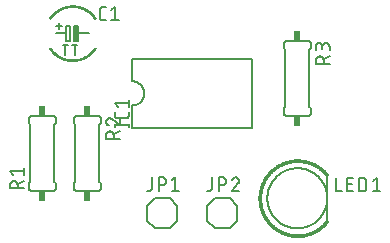
<source format=gbr>
G04 EAGLE Gerber RS-274X export*
G75*
%MOMM*%
%FSLAX34Y34*%
%LPD*%
%INSilkscreen Top*%
%IPPOS*%
%AMOC8*
5,1,8,0,0,1.08239X$1,22.5*%
G01*
%ADD10C,0.152400*%
%ADD11C,0.015238*%
%ADD12C,0.127000*%
%ADD13C,0.203200*%
%ADD14C,0.025400*%
%ADD15R,0.609600X0.863600*%


D10*
X214630Y330200D02*
X223520Y330200D01*
X223520Y323850D01*
X226822Y323850D01*
X226822Y336550D01*
X223520Y336550D01*
X223520Y330200D01*
X233680Y330200D02*
X242570Y330200D01*
X217170Y334010D02*
X217170Y339090D01*
X219710Y336550D02*
X214630Y336550D01*
X230378Y336550D02*
X230378Y323850D01*
X230378Y336550D02*
X233680Y336550D01*
X233680Y323850D02*
X230378Y323850D01*
X233680Y323850D02*
X233680Y330200D01*
X233680Y336550D01*
X231902Y335280D02*
X231902Y325120D01*
D11*
X208924Y317270D02*
X210073Y318020D01*
X210072Y318019D02*
X210375Y317571D01*
X210689Y317129D01*
X211014Y316696D01*
X211349Y316270D01*
X211694Y315853D01*
X212050Y315444D01*
X212415Y315045D01*
X212790Y314654D01*
X213174Y314272D01*
X213568Y313900D01*
X213970Y313538D01*
X214382Y313186D01*
X214802Y312844D01*
X215230Y312512D01*
X215665Y312191D01*
X216109Y311880D01*
X216560Y311580D01*
X217019Y311292D01*
X217484Y311015D01*
X217956Y310749D01*
X218434Y310495D01*
X218918Y310252D01*
X219408Y310022D01*
X219904Y309803D01*
X220405Y309597D01*
X220910Y309403D01*
X221420Y309222D01*
X221935Y309052D01*
X222453Y308896D01*
X222976Y308752D01*
X223501Y308621D01*
X224030Y308503D01*
X224561Y308398D01*
X225095Y308306D01*
X225630Y308227D01*
X226168Y308161D01*
X226707Y308108D01*
X227247Y308068D01*
X227788Y308042D01*
X228329Y308029D01*
X228871Y308029D01*
X229412Y308042D01*
X229953Y308068D01*
X230493Y308108D01*
X231032Y308161D01*
X231570Y308227D01*
X232105Y308306D01*
X232639Y308398D01*
X233170Y308503D01*
X233699Y308621D01*
X234224Y308752D01*
X234747Y308896D01*
X235265Y309052D01*
X235780Y309222D01*
X236290Y309403D01*
X236795Y309597D01*
X237296Y309803D01*
X237792Y310022D01*
X238282Y310252D01*
X238766Y310495D01*
X239244Y310749D01*
X239716Y311015D01*
X240181Y311292D01*
X240640Y311580D01*
X241091Y311880D01*
X241535Y312191D01*
X241970Y312512D01*
X242398Y312844D01*
X242818Y313186D01*
X243230Y313538D01*
X243632Y313900D01*
X244026Y314272D01*
X244410Y314654D01*
X244785Y315045D01*
X245150Y315444D01*
X245506Y315853D01*
X245851Y316270D01*
X246186Y316696D01*
X246511Y317129D01*
X246825Y317571D01*
X247128Y318019D01*
X248276Y317270D01*
X248277Y317270D01*
X247955Y316793D01*
X247622Y316324D01*
X247277Y315864D01*
X246921Y315412D01*
X246555Y314968D01*
X246177Y314534D01*
X245789Y314110D01*
X245391Y313695D01*
X244983Y313289D01*
X244565Y312894D01*
X244137Y312509D01*
X243701Y312135D01*
X243255Y311772D01*
X242800Y311419D01*
X242337Y311078D01*
X241866Y310748D01*
X241387Y310430D01*
X240900Y310123D01*
X240406Y309829D01*
X239905Y309547D01*
X239397Y309277D01*
X238883Y309019D01*
X238362Y308774D01*
X237836Y308542D01*
X237304Y308323D01*
X236767Y308117D01*
X236225Y307924D01*
X235679Y307744D01*
X235128Y307578D01*
X234574Y307425D01*
X234016Y307286D01*
X233454Y307161D01*
X232890Y307049D01*
X232323Y306951D01*
X231754Y306867D01*
X231183Y306797D01*
X230611Y306741D01*
X230037Y306699D01*
X229463Y306671D01*
X228888Y306657D01*
X228312Y306657D01*
X227737Y306671D01*
X227163Y306699D01*
X226589Y306741D01*
X226017Y306797D01*
X225446Y306867D01*
X224877Y306951D01*
X224310Y307049D01*
X223746Y307161D01*
X223184Y307286D01*
X222626Y307425D01*
X222072Y307578D01*
X221521Y307744D01*
X220975Y307924D01*
X220433Y308117D01*
X219896Y308323D01*
X219364Y308542D01*
X218838Y308774D01*
X218317Y309019D01*
X217803Y309277D01*
X217295Y309547D01*
X216794Y309829D01*
X216300Y310123D01*
X215813Y310430D01*
X215334Y310748D01*
X214863Y311078D01*
X214400Y311419D01*
X213945Y311772D01*
X213499Y312135D01*
X213063Y312509D01*
X212635Y312894D01*
X212217Y313289D01*
X211809Y313695D01*
X211411Y314110D01*
X211023Y314534D01*
X210645Y314968D01*
X210279Y315412D01*
X209923Y315864D01*
X209578Y316324D01*
X209245Y316793D01*
X208923Y317270D01*
X209043Y317348D01*
X209363Y316874D01*
X209694Y316408D01*
X210037Y315950D01*
X210390Y315501D01*
X210755Y315061D01*
X211130Y314629D01*
X211515Y314207D01*
X211911Y313795D01*
X212317Y313392D01*
X212732Y312999D01*
X213157Y312617D01*
X213591Y312245D01*
X214034Y311883D01*
X214486Y311533D01*
X214946Y311194D01*
X215415Y310866D01*
X215891Y310550D01*
X216375Y310245D01*
X216866Y309952D01*
X217364Y309672D01*
X217869Y309404D01*
X218380Y309148D01*
X218897Y308904D01*
X219420Y308674D01*
X219949Y308456D01*
X220483Y308251D01*
X221021Y308059D01*
X221564Y307881D01*
X222112Y307715D01*
X222663Y307564D01*
X223217Y307425D01*
X223775Y307301D01*
X224336Y307190D01*
X224900Y307092D01*
X225465Y307009D01*
X226033Y306939D01*
X226601Y306883D01*
X227172Y306842D01*
X227743Y306814D01*
X228314Y306800D01*
X228886Y306800D01*
X229457Y306814D01*
X230028Y306842D01*
X230599Y306883D01*
X231167Y306939D01*
X231735Y307009D01*
X232300Y307092D01*
X232864Y307190D01*
X233425Y307301D01*
X233983Y307425D01*
X234537Y307564D01*
X235088Y307715D01*
X235636Y307881D01*
X236179Y308059D01*
X236717Y308251D01*
X237251Y308456D01*
X237780Y308674D01*
X238303Y308904D01*
X238820Y309148D01*
X239331Y309404D01*
X239836Y309672D01*
X240334Y309952D01*
X240825Y310245D01*
X241309Y310550D01*
X241785Y310866D01*
X242254Y311194D01*
X242714Y311533D01*
X243166Y311883D01*
X243609Y312245D01*
X244043Y312617D01*
X244468Y312999D01*
X244883Y313392D01*
X245289Y313795D01*
X245685Y314207D01*
X246070Y314629D01*
X246445Y315061D01*
X246810Y315501D01*
X247163Y315950D01*
X247506Y316408D01*
X247837Y316874D01*
X248157Y317348D01*
X248037Y317426D01*
X247719Y316955D01*
X247390Y316492D01*
X247050Y316037D01*
X246698Y315591D01*
X246336Y315153D01*
X245963Y314724D01*
X245580Y314305D01*
X245187Y313895D01*
X244783Y313494D01*
X244370Y313104D01*
X243948Y312724D01*
X243517Y312354D01*
X243076Y311995D01*
X242627Y311647D01*
X242170Y311310D01*
X241704Y310984D01*
X241231Y310670D01*
X240750Y310367D01*
X240262Y310076D01*
X239767Y309797D01*
X239266Y309531D01*
X238757Y309276D01*
X238243Y309034D01*
X237723Y308805D01*
X237198Y308589D01*
X236668Y308385D01*
X236132Y308194D01*
X235593Y308017D01*
X235049Y307853D01*
X234501Y307702D01*
X233950Y307565D01*
X233395Y307441D01*
X232838Y307330D01*
X232278Y307234D01*
X231716Y307151D01*
X231152Y307081D01*
X230586Y307026D01*
X230020Y306984D01*
X229452Y306957D01*
X228884Y306943D01*
X228316Y306943D01*
X227748Y306957D01*
X227180Y306984D01*
X226614Y307026D01*
X226048Y307081D01*
X225484Y307151D01*
X224922Y307234D01*
X224362Y307330D01*
X223805Y307441D01*
X223250Y307565D01*
X222699Y307702D01*
X222151Y307853D01*
X221607Y308017D01*
X221068Y308194D01*
X220532Y308385D01*
X220002Y308589D01*
X219477Y308805D01*
X218957Y309034D01*
X218443Y309276D01*
X217934Y309531D01*
X217433Y309797D01*
X216938Y310076D01*
X216450Y310367D01*
X215969Y310670D01*
X215496Y310984D01*
X215030Y311310D01*
X214573Y311647D01*
X214124Y311995D01*
X213683Y312354D01*
X213252Y312724D01*
X212830Y313104D01*
X212417Y313494D01*
X212013Y313895D01*
X211620Y314305D01*
X211237Y314724D01*
X210864Y315153D01*
X210502Y315591D01*
X210150Y316037D01*
X209810Y316492D01*
X209481Y316955D01*
X209163Y317426D01*
X209283Y317504D01*
X209598Y317036D01*
X209926Y316576D01*
X210264Y316124D01*
X210613Y315680D01*
X210973Y315245D01*
X211344Y314819D01*
X211725Y314402D01*
X212116Y313995D01*
X212516Y313597D01*
X212927Y313209D01*
X213346Y312831D01*
X213775Y312464D01*
X214213Y312107D01*
X214659Y311761D01*
X215114Y311426D01*
X215576Y311102D01*
X216047Y310790D01*
X216525Y310489D01*
X217010Y310200D01*
X217502Y309923D01*
X218000Y309657D01*
X218505Y309405D01*
X219016Y309164D01*
X219533Y308937D01*
X220055Y308721D01*
X220582Y308519D01*
X221114Y308330D01*
X221651Y308153D01*
X222191Y307990D01*
X222736Y307840D01*
X223283Y307704D01*
X223835Y307581D01*
X224388Y307471D01*
X224945Y307375D01*
X225504Y307292D01*
X226064Y307224D01*
X226626Y307168D01*
X227189Y307127D01*
X227753Y307100D01*
X228318Y307086D01*
X228882Y307086D01*
X229447Y307100D01*
X230011Y307127D01*
X230574Y307168D01*
X231136Y307224D01*
X231696Y307292D01*
X232255Y307375D01*
X232812Y307471D01*
X233365Y307581D01*
X233917Y307704D01*
X234464Y307840D01*
X235009Y307990D01*
X235549Y308153D01*
X236086Y308330D01*
X236618Y308519D01*
X237145Y308721D01*
X237667Y308937D01*
X238184Y309164D01*
X238695Y309405D01*
X239200Y309657D01*
X239698Y309923D01*
X240190Y310200D01*
X240675Y310489D01*
X241153Y310790D01*
X241624Y311102D01*
X242086Y311426D01*
X242541Y311761D01*
X242987Y312107D01*
X243425Y312464D01*
X243854Y312831D01*
X244273Y313209D01*
X244684Y313597D01*
X245084Y313995D01*
X245475Y314402D01*
X245856Y314819D01*
X246227Y315245D01*
X246587Y315680D01*
X246936Y316124D01*
X247274Y316576D01*
X247602Y317036D01*
X247917Y317504D01*
X247798Y317582D01*
X247484Y317117D01*
X247159Y316660D01*
X246822Y316210D01*
X246475Y315770D01*
X246117Y315337D01*
X245749Y314914D01*
X245371Y314499D01*
X244982Y314095D01*
X244584Y313699D01*
X244176Y313314D01*
X243759Y312938D01*
X243333Y312573D01*
X242898Y312219D01*
X242454Y311875D01*
X242003Y311542D01*
X241543Y311220D01*
X241075Y310910D01*
X240600Y310611D01*
X240118Y310323D01*
X239629Y310048D01*
X239134Y309784D01*
X238632Y309533D01*
X238124Y309294D01*
X237611Y309068D01*
X237092Y308854D01*
X236568Y308653D01*
X236039Y308465D01*
X235506Y308290D01*
X234969Y308128D01*
X234428Y307979D01*
X233884Y307843D01*
X233336Y307720D01*
X232785Y307611D01*
X232232Y307516D01*
X231677Y307434D01*
X231120Y307366D01*
X230562Y307311D01*
X230002Y307270D01*
X229442Y307242D01*
X228881Y307229D01*
X228319Y307229D01*
X227758Y307242D01*
X227198Y307270D01*
X226638Y307311D01*
X226080Y307366D01*
X225523Y307434D01*
X224968Y307516D01*
X224415Y307611D01*
X223864Y307720D01*
X223316Y307843D01*
X222772Y307979D01*
X222231Y308128D01*
X221694Y308290D01*
X221161Y308465D01*
X220632Y308653D01*
X220108Y308854D01*
X219589Y309068D01*
X219076Y309294D01*
X218568Y309533D01*
X218066Y309784D01*
X217571Y310048D01*
X217082Y310323D01*
X216600Y310611D01*
X216125Y310910D01*
X215657Y311220D01*
X215197Y311542D01*
X214746Y311875D01*
X214302Y312219D01*
X213867Y312573D01*
X213441Y312938D01*
X213024Y313314D01*
X212616Y313699D01*
X212218Y314095D01*
X211829Y314499D01*
X211451Y314914D01*
X211083Y315337D01*
X210725Y315770D01*
X210378Y316210D01*
X210041Y316660D01*
X209716Y317117D01*
X209402Y317582D01*
X209522Y317660D01*
X209834Y317198D01*
X210157Y316744D01*
X210491Y316297D01*
X210836Y315859D01*
X211192Y315429D01*
X211558Y315009D01*
X211934Y314597D01*
X212320Y314195D01*
X212716Y313802D01*
X213121Y313419D01*
X213536Y313046D01*
X213959Y312683D01*
X214391Y312330D01*
X214832Y311989D01*
X215281Y311658D01*
X215738Y311338D01*
X216202Y311029D01*
X216674Y310732D01*
X217153Y310447D01*
X217639Y310173D01*
X218132Y309911D01*
X218630Y309662D01*
X219135Y309424D01*
X219645Y309199D01*
X220161Y308987D01*
X220682Y308787D01*
X221207Y308600D01*
X221737Y308426D01*
X222271Y308265D01*
X222808Y308117D01*
X223349Y307982D01*
X223894Y307860D01*
X224441Y307752D01*
X224990Y307657D01*
X225542Y307576D01*
X226095Y307508D01*
X226650Y307453D01*
X227207Y307413D01*
X227764Y307385D01*
X228321Y307372D01*
X228879Y307372D01*
X229436Y307385D01*
X229993Y307413D01*
X230550Y307453D01*
X231105Y307508D01*
X231658Y307576D01*
X232210Y307657D01*
X232759Y307752D01*
X233306Y307860D01*
X233851Y307982D01*
X234392Y308117D01*
X234929Y308265D01*
X235463Y308426D01*
X235993Y308600D01*
X236518Y308787D01*
X237039Y308987D01*
X237555Y309199D01*
X238065Y309424D01*
X238570Y309662D01*
X239068Y309911D01*
X239561Y310173D01*
X240047Y310447D01*
X240526Y310732D01*
X240998Y311029D01*
X241462Y311338D01*
X241919Y311658D01*
X242368Y311989D01*
X242809Y312330D01*
X243241Y312683D01*
X243664Y313046D01*
X244079Y313419D01*
X244484Y313802D01*
X244880Y314195D01*
X245266Y314597D01*
X245642Y315009D01*
X246008Y315429D01*
X246364Y315859D01*
X246709Y316297D01*
X247043Y316744D01*
X247366Y317198D01*
X247678Y317660D01*
X247558Y317739D01*
X247248Y317279D01*
X246927Y316828D01*
X246595Y316384D01*
X246252Y315949D01*
X245899Y315522D01*
X245535Y315104D01*
X245161Y314694D01*
X244778Y314295D01*
X244384Y313904D01*
X243982Y313523D01*
X243570Y313153D01*
X243149Y312792D01*
X242719Y312442D01*
X242281Y312102D01*
X241835Y311774D01*
X241381Y311456D01*
X240920Y311149D01*
X240451Y310854D01*
X239975Y310570D01*
X239492Y310298D01*
X239002Y310038D01*
X238507Y309790D01*
X238005Y309554D01*
X237498Y309331D01*
X236986Y309120D01*
X236469Y308921D01*
X235947Y308735D01*
X235420Y308562D01*
X234890Y308402D01*
X234355Y308255D01*
X233818Y308121D01*
X233277Y308000D01*
X232733Y307893D01*
X232187Y307798D01*
X231639Y307717D01*
X231089Y307650D01*
X230537Y307596D01*
X229985Y307555D01*
X229431Y307528D01*
X228877Y307515D01*
X228323Y307515D01*
X227769Y307528D01*
X227215Y307555D01*
X226663Y307596D01*
X226111Y307650D01*
X225561Y307717D01*
X225013Y307798D01*
X224467Y307893D01*
X223923Y308000D01*
X223382Y308121D01*
X222845Y308255D01*
X222310Y308402D01*
X221780Y308562D01*
X221253Y308735D01*
X220731Y308921D01*
X220214Y309120D01*
X219702Y309331D01*
X219195Y309554D01*
X218693Y309790D01*
X218198Y310038D01*
X217708Y310298D01*
X217225Y310570D01*
X216749Y310854D01*
X216280Y311149D01*
X215819Y311456D01*
X215365Y311774D01*
X214919Y312102D01*
X214481Y312442D01*
X214051Y312792D01*
X213630Y313153D01*
X213218Y313523D01*
X212816Y313904D01*
X212422Y314295D01*
X212039Y314694D01*
X211665Y315104D01*
X211301Y315522D01*
X210948Y315949D01*
X210605Y316384D01*
X210273Y316828D01*
X209952Y317279D01*
X209642Y317739D01*
X209762Y317817D01*
X210070Y317360D01*
X210389Y316911D01*
X210719Y316471D01*
X211059Y316038D01*
X211411Y315614D01*
X211772Y315198D01*
X212143Y314792D01*
X212525Y314394D01*
X212915Y314007D01*
X213316Y313628D01*
X213725Y313260D01*
X214143Y312902D01*
X214570Y312554D01*
X215005Y312216D01*
X215448Y311890D01*
X215900Y311574D01*
X216358Y311269D01*
X216824Y310976D01*
X217297Y310694D01*
X217777Y310424D01*
X218263Y310165D01*
X218756Y309919D01*
X219254Y309685D01*
X219758Y309462D01*
X220267Y309253D01*
X220781Y309055D01*
X221300Y308871D01*
X221823Y308699D01*
X222350Y308540D01*
X222881Y308393D01*
X223415Y308260D01*
X223953Y308140D01*
X224493Y308033D01*
X225036Y307940D01*
X225580Y307859D01*
X226127Y307792D01*
X226675Y307738D01*
X227224Y307698D01*
X227774Y307671D01*
X228325Y307658D01*
X228875Y307658D01*
X229426Y307671D01*
X229976Y307698D01*
X230525Y307738D01*
X231073Y307792D01*
X231620Y307859D01*
X232164Y307940D01*
X232707Y308033D01*
X233247Y308140D01*
X233785Y308260D01*
X234319Y308393D01*
X234850Y308540D01*
X235377Y308699D01*
X235900Y308871D01*
X236419Y309055D01*
X236933Y309253D01*
X237442Y309462D01*
X237946Y309685D01*
X238444Y309919D01*
X238937Y310165D01*
X239423Y310424D01*
X239903Y310694D01*
X240376Y310976D01*
X240842Y311269D01*
X241300Y311574D01*
X241752Y311890D01*
X242195Y312216D01*
X242630Y312554D01*
X243057Y312902D01*
X243475Y313260D01*
X243884Y313628D01*
X244285Y314007D01*
X244675Y314394D01*
X245057Y314792D01*
X245428Y315198D01*
X245789Y315614D01*
X246141Y316038D01*
X246481Y316471D01*
X246811Y316911D01*
X247130Y317360D01*
X247438Y317817D01*
X247319Y317895D01*
X247013Y317441D01*
X246695Y316995D01*
X246368Y316557D01*
X246029Y316128D01*
X245680Y315706D01*
X245321Y315293D01*
X244952Y314889D01*
X244573Y314494D01*
X244185Y314109D01*
X243787Y313733D01*
X243380Y313367D01*
X242965Y313011D01*
X242541Y312665D01*
X242108Y312330D01*
X241668Y312006D01*
X241220Y311692D01*
X240764Y311389D01*
X240301Y311098D01*
X239831Y310818D01*
X239354Y310549D01*
X238871Y310292D01*
X238382Y310047D01*
X237886Y309815D01*
X237386Y309594D01*
X236880Y309385D01*
X236369Y309189D01*
X235854Y309006D01*
X235334Y308835D01*
X234810Y308677D01*
X234282Y308532D01*
X233752Y308399D01*
X233218Y308280D01*
X232681Y308174D01*
X232142Y308081D01*
X231600Y308001D01*
X231057Y307934D01*
X230513Y307881D01*
X229967Y307841D01*
X229421Y307814D01*
X228874Y307801D01*
X228326Y307801D01*
X227779Y307814D01*
X227233Y307841D01*
X226687Y307881D01*
X226143Y307934D01*
X225600Y308001D01*
X225058Y308081D01*
X224519Y308174D01*
X223982Y308280D01*
X223448Y308399D01*
X222918Y308532D01*
X222390Y308677D01*
X221866Y308835D01*
X221346Y309006D01*
X220831Y309189D01*
X220320Y309385D01*
X219814Y309594D01*
X219314Y309815D01*
X218818Y310047D01*
X218329Y310292D01*
X217846Y310549D01*
X217369Y310818D01*
X216899Y311098D01*
X216436Y311389D01*
X215980Y311692D01*
X215532Y312006D01*
X215092Y312330D01*
X214659Y312665D01*
X214235Y313011D01*
X213820Y313367D01*
X213413Y313733D01*
X213015Y314109D01*
X212627Y314494D01*
X212248Y314889D01*
X211879Y315293D01*
X211520Y315706D01*
X211171Y316128D01*
X210832Y316557D01*
X210505Y316995D01*
X210187Y317441D01*
X209881Y317895D01*
X210001Y317973D01*
X210305Y317522D01*
X210620Y317079D01*
X210946Y316644D01*
X211283Y316217D01*
X211629Y315798D01*
X211986Y315388D01*
X212353Y314987D01*
X212729Y314594D01*
X213115Y314211D01*
X213510Y313838D01*
X213914Y313474D01*
X214327Y313121D01*
X214748Y312777D01*
X215178Y312444D01*
X215616Y312122D01*
X216061Y311810D01*
X216514Y311509D01*
X216974Y311220D01*
X217441Y310941D01*
X217915Y310674D01*
X218395Y310419D01*
X218881Y310176D01*
X219373Y309945D01*
X219870Y309725D01*
X220373Y309518D01*
X220881Y309323D01*
X221393Y309141D01*
X221909Y308971D01*
X222430Y308814D01*
X222954Y308670D01*
X223481Y308539D01*
X224012Y308420D01*
X224545Y308314D01*
X225081Y308222D01*
X225619Y308143D01*
X226158Y308076D01*
X226699Y308023D01*
X227242Y307983D01*
X227785Y307957D01*
X228328Y307944D01*
X228872Y307944D01*
X229415Y307957D01*
X229958Y307983D01*
X230501Y308023D01*
X231042Y308076D01*
X231581Y308143D01*
X232119Y308222D01*
X232655Y308314D01*
X233188Y308420D01*
X233719Y308539D01*
X234246Y308670D01*
X234770Y308814D01*
X235291Y308971D01*
X235807Y309141D01*
X236319Y309323D01*
X236827Y309518D01*
X237330Y309725D01*
X237827Y309945D01*
X238319Y310176D01*
X238805Y310419D01*
X239285Y310674D01*
X239759Y310941D01*
X240226Y311220D01*
X240686Y311509D01*
X241139Y311810D01*
X241584Y312122D01*
X242022Y312444D01*
X242452Y312777D01*
X242873Y313121D01*
X243286Y313474D01*
X243690Y313838D01*
X244085Y314211D01*
X244471Y314594D01*
X244847Y314987D01*
X245214Y315388D01*
X245571Y315798D01*
X245917Y316217D01*
X246254Y316644D01*
X246580Y317079D01*
X246895Y317522D01*
X247199Y317973D01*
X248276Y343130D02*
X247127Y342380D01*
X247128Y342381D02*
X246825Y342829D01*
X246511Y343271D01*
X246186Y343704D01*
X245851Y344130D01*
X245506Y344547D01*
X245150Y344956D01*
X244785Y345355D01*
X244410Y345746D01*
X244026Y346128D01*
X243632Y346500D01*
X243230Y346862D01*
X242818Y347214D01*
X242398Y347556D01*
X241970Y347888D01*
X241535Y348209D01*
X241091Y348520D01*
X240640Y348820D01*
X240181Y349108D01*
X239716Y349385D01*
X239244Y349651D01*
X238766Y349905D01*
X238282Y350148D01*
X237792Y350378D01*
X237296Y350597D01*
X236795Y350803D01*
X236290Y350997D01*
X235780Y351178D01*
X235265Y351348D01*
X234747Y351504D01*
X234224Y351648D01*
X233699Y351779D01*
X233170Y351897D01*
X232639Y352002D01*
X232105Y352094D01*
X231570Y352173D01*
X231032Y352239D01*
X230493Y352292D01*
X229953Y352332D01*
X229412Y352358D01*
X228871Y352371D01*
X228329Y352371D01*
X227788Y352358D01*
X227247Y352332D01*
X226707Y352292D01*
X226168Y352239D01*
X225630Y352173D01*
X225095Y352094D01*
X224561Y352002D01*
X224030Y351897D01*
X223501Y351779D01*
X222976Y351648D01*
X222453Y351504D01*
X221935Y351348D01*
X221420Y351178D01*
X220910Y350997D01*
X220405Y350803D01*
X219904Y350597D01*
X219408Y350378D01*
X218918Y350148D01*
X218434Y349905D01*
X217956Y349651D01*
X217484Y349385D01*
X217019Y349108D01*
X216560Y348820D01*
X216109Y348520D01*
X215665Y348209D01*
X215230Y347888D01*
X214802Y347556D01*
X214382Y347214D01*
X213970Y346862D01*
X213568Y346500D01*
X213174Y346128D01*
X212790Y345746D01*
X212415Y345355D01*
X212050Y344956D01*
X211694Y344547D01*
X211349Y344130D01*
X211014Y343704D01*
X210689Y343271D01*
X210375Y342829D01*
X210072Y342381D01*
X208924Y343130D01*
X208923Y343130D01*
X209245Y343607D01*
X209578Y344076D01*
X209923Y344536D01*
X210279Y344988D01*
X210645Y345432D01*
X211023Y345866D01*
X211411Y346290D01*
X211809Y346705D01*
X212217Y347111D01*
X212635Y347506D01*
X213063Y347891D01*
X213499Y348265D01*
X213945Y348628D01*
X214400Y348981D01*
X214863Y349322D01*
X215334Y349652D01*
X215813Y349970D01*
X216300Y350277D01*
X216794Y350571D01*
X217295Y350853D01*
X217803Y351123D01*
X218317Y351381D01*
X218838Y351626D01*
X219364Y351858D01*
X219896Y352077D01*
X220433Y352283D01*
X220975Y352476D01*
X221521Y352656D01*
X222072Y352822D01*
X222626Y352975D01*
X223184Y353114D01*
X223746Y353239D01*
X224310Y353351D01*
X224877Y353449D01*
X225446Y353533D01*
X226017Y353603D01*
X226589Y353659D01*
X227163Y353701D01*
X227737Y353729D01*
X228312Y353743D01*
X228888Y353743D01*
X229463Y353729D01*
X230037Y353701D01*
X230611Y353659D01*
X231183Y353603D01*
X231754Y353533D01*
X232323Y353449D01*
X232890Y353351D01*
X233454Y353239D01*
X234016Y353114D01*
X234574Y352975D01*
X235128Y352822D01*
X235679Y352656D01*
X236225Y352476D01*
X236767Y352283D01*
X237304Y352077D01*
X237836Y351858D01*
X238362Y351626D01*
X238883Y351381D01*
X239397Y351123D01*
X239905Y350853D01*
X240406Y350571D01*
X240900Y350277D01*
X241387Y349970D01*
X241866Y349652D01*
X242337Y349322D01*
X242800Y348981D01*
X243255Y348628D01*
X243701Y348265D01*
X244137Y347891D01*
X244565Y347506D01*
X244983Y347111D01*
X245391Y346705D01*
X245789Y346290D01*
X246177Y345866D01*
X246555Y345432D01*
X246921Y344988D01*
X247277Y344536D01*
X247622Y344076D01*
X247955Y343607D01*
X248277Y343130D01*
X248157Y343052D01*
X247837Y343526D01*
X247506Y343992D01*
X247163Y344450D01*
X246810Y344899D01*
X246445Y345339D01*
X246070Y345771D01*
X245685Y346193D01*
X245289Y346605D01*
X244883Y347008D01*
X244468Y347401D01*
X244043Y347783D01*
X243609Y348155D01*
X243166Y348517D01*
X242714Y348867D01*
X242254Y349206D01*
X241785Y349534D01*
X241309Y349850D01*
X240825Y350155D01*
X240334Y350448D01*
X239836Y350728D01*
X239331Y350996D01*
X238820Y351252D01*
X238303Y351496D01*
X237780Y351726D01*
X237251Y351944D01*
X236717Y352149D01*
X236179Y352341D01*
X235636Y352519D01*
X235088Y352685D01*
X234537Y352836D01*
X233983Y352975D01*
X233425Y353099D01*
X232864Y353210D01*
X232300Y353308D01*
X231735Y353391D01*
X231167Y353461D01*
X230599Y353517D01*
X230028Y353558D01*
X229457Y353586D01*
X228886Y353600D01*
X228314Y353600D01*
X227743Y353586D01*
X227172Y353558D01*
X226601Y353517D01*
X226033Y353461D01*
X225465Y353391D01*
X224900Y353308D01*
X224336Y353210D01*
X223775Y353099D01*
X223217Y352975D01*
X222663Y352836D01*
X222112Y352685D01*
X221564Y352519D01*
X221021Y352341D01*
X220483Y352149D01*
X219949Y351944D01*
X219420Y351726D01*
X218897Y351496D01*
X218380Y351252D01*
X217869Y350996D01*
X217364Y350728D01*
X216866Y350448D01*
X216375Y350155D01*
X215891Y349850D01*
X215415Y349534D01*
X214946Y349206D01*
X214486Y348867D01*
X214034Y348517D01*
X213591Y348155D01*
X213157Y347783D01*
X212732Y347401D01*
X212317Y347008D01*
X211911Y346605D01*
X211515Y346193D01*
X211130Y345771D01*
X210755Y345339D01*
X210390Y344899D01*
X210037Y344450D01*
X209694Y343992D01*
X209363Y343526D01*
X209043Y343052D01*
X209163Y342974D01*
X209481Y343445D01*
X209810Y343908D01*
X210150Y344363D01*
X210502Y344809D01*
X210864Y345247D01*
X211237Y345676D01*
X211620Y346095D01*
X212013Y346505D01*
X212417Y346906D01*
X212830Y347296D01*
X213252Y347676D01*
X213683Y348046D01*
X214124Y348405D01*
X214573Y348753D01*
X215030Y349090D01*
X215496Y349416D01*
X215969Y349730D01*
X216450Y350033D01*
X216938Y350324D01*
X217433Y350603D01*
X217934Y350869D01*
X218443Y351124D01*
X218957Y351366D01*
X219477Y351595D01*
X220002Y351811D01*
X220532Y352015D01*
X221068Y352206D01*
X221607Y352383D01*
X222151Y352547D01*
X222699Y352698D01*
X223250Y352835D01*
X223805Y352959D01*
X224362Y353070D01*
X224922Y353166D01*
X225484Y353249D01*
X226048Y353319D01*
X226614Y353374D01*
X227180Y353416D01*
X227748Y353443D01*
X228316Y353457D01*
X228884Y353457D01*
X229452Y353443D01*
X230020Y353416D01*
X230586Y353374D01*
X231152Y353319D01*
X231716Y353249D01*
X232278Y353166D01*
X232838Y353070D01*
X233395Y352959D01*
X233950Y352835D01*
X234501Y352698D01*
X235049Y352547D01*
X235593Y352383D01*
X236132Y352206D01*
X236668Y352015D01*
X237198Y351811D01*
X237723Y351595D01*
X238243Y351366D01*
X238757Y351124D01*
X239266Y350869D01*
X239767Y350603D01*
X240262Y350324D01*
X240750Y350033D01*
X241231Y349730D01*
X241704Y349416D01*
X242170Y349090D01*
X242627Y348753D01*
X243076Y348405D01*
X243517Y348046D01*
X243948Y347676D01*
X244370Y347296D01*
X244783Y346906D01*
X245187Y346505D01*
X245580Y346095D01*
X245963Y345676D01*
X246336Y345247D01*
X246698Y344809D01*
X247050Y344363D01*
X247390Y343908D01*
X247719Y343445D01*
X248037Y342974D01*
X247917Y342896D01*
X247602Y343364D01*
X247274Y343824D01*
X246936Y344276D01*
X246587Y344720D01*
X246227Y345155D01*
X245856Y345581D01*
X245475Y345998D01*
X245084Y346405D01*
X244684Y346803D01*
X244273Y347191D01*
X243854Y347569D01*
X243425Y347936D01*
X242987Y348293D01*
X242541Y348639D01*
X242086Y348974D01*
X241624Y349298D01*
X241153Y349610D01*
X240675Y349911D01*
X240190Y350200D01*
X239698Y350477D01*
X239200Y350743D01*
X238695Y350995D01*
X238184Y351236D01*
X237667Y351463D01*
X237145Y351679D01*
X236618Y351881D01*
X236086Y352070D01*
X235549Y352247D01*
X235009Y352410D01*
X234464Y352560D01*
X233917Y352696D01*
X233365Y352819D01*
X232812Y352929D01*
X232255Y353025D01*
X231696Y353108D01*
X231136Y353176D01*
X230574Y353232D01*
X230011Y353273D01*
X229447Y353300D01*
X228882Y353314D01*
X228318Y353314D01*
X227753Y353300D01*
X227189Y353273D01*
X226626Y353232D01*
X226064Y353176D01*
X225504Y353108D01*
X224945Y353025D01*
X224388Y352929D01*
X223835Y352819D01*
X223283Y352696D01*
X222736Y352560D01*
X222191Y352410D01*
X221651Y352247D01*
X221114Y352070D01*
X220582Y351881D01*
X220055Y351679D01*
X219533Y351463D01*
X219016Y351236D01*
X218505Y350995D01*
X218000Y350743D01*
X217502Y350477D01*
X217010Y350200D01*
X216525Y349911D01*
X216047Y349610D01*
X215576Y349298D01*
X215114Y348974D01*
X214659Y348639D01*
X214213Y348293D01*
X213775Y347936D01*
X213346Y347569D01*
X212927Y347191D01*
X212516Y346803D01*
X212116Y346405D01*
X211725Y345998D01*
X211344Y345581D01*
X210973Y345155D01*
X210613Y344720D01*
X210264Y344276D01*
X209926Y343824D01*
X209598Y343364D01*
X209283Y342896D01*
X209402Y342818D01*
X209716Y343283D01*
X210041Y343740D01*
X210378Y344190D01*
X210725Y344630D01*
X211083Y345063D01*
X211451Y345486D01*
X211829Y345901D01*
X212218Y346305D01*
X212616Y346701D01*
X213024Y347086D01*
X213441Y347462D01*
X213867Y347827D01*
X214302Y348181D01*
X214746Y348525D01*
X215197Y348858D01*
X215657Y349180D01*
X216125Y349490D01*
X216600Y349789D01*
X217082Y350077D01*
X217571Y350352D01*
X218066Y350616D01*
X218568Y350867D01*
X219076Y351106D01*
X219589Y351332D01*
X220108Y351546D01*
X220632Y351747D01*
X221161Y351935D01*
X221694Y352110D01*
X222231Y352272D01*
X222772Y352421D01*
X223316Y352557D01*
X223864Y352680D01*
X224415Y352789D01*
X224968Y352884D01*
X225523Y352966D01*
X226080Y353034D01*
X226638Y353089D01*
X227198Y353130D01*
X227758Y353158D01*
X228319Y353171D01*
X228881Y353171D01*
X229442Y353158D01*
X230002Y353130D01*
X230562Y353089D01*
X231120Y353034D01*
X231677Y352966D01*
X232232Y352884D01*
X232785Y352789D01*
X233336Y352680D01*
X233884Y352557D01*
X234428Y352421D01*
X234969Y352272D01*
X235506Y352110D01*
X236039Y351935D01*
X236568Y351747D01*
X237092Y351546D01*
X237611Y351332D01*
X238124Y351106D01*
X238632Y350867D01*
X239134Y350616D01*
X239629Y350352D01*
X240118Y350077D01*
X240600Y349789D01*
X241075Y349490D01*
X241543Y349180D01*
X242003Y348858D01*
X242454Y348525D01*
X242898Y348181D01*
X243333Y347827D01*
X243759Y347462D01*
X244176Y347086D01*
X244584Y346701D01*
X244982Y346305D01*
X245371Y345901D01*
X245749Y345486D01*
X246117Y345063D01*
X246475Y344630D01*
X246822Y344190D01*
X247159Y343740D01*
X247484Y343283D01*
X247798Y342818D01*
X247678Y342740D01*
X247366Y343202D01*
X247043Y343656D01*
X246709Y344103D01*
X246364Y344541D01*
X246008Y344971D01*
X245642Y345391D01*
X245266Y345803D01*
X244880Y346205D01*
X244484Y346598D01*
X244079Y346981D01*
X243664Y347354D01*
X243241Y347717D01*
X242809Y348070D01*
X242368Y348411D01*
X241919Y348742D01*
X241462Y349062D01*
X240998Y349371D01*
X240526Y349668D01*
X240047Y349953D01*
X239561Y350227D01*
X239068Y350489D01*
X238570Y350738D01*
X238065Y350976D01*
X237555Y351201D01*
X237039Y351413D01*
X236518Y351613D01*
X235993Y351800D01*
X235463Y351974D01*
X234929Y352135D01*
X234392Y352283D01*
X233851Y352418D01*
X233306Y352540D01*
X232759Y352648D01*
X232210Y352743D01*
X231658Y352824D01*
X231105Y352892D01*
X230550Y352947D01*
X229993Y352987D01*
X229436Y353015D01*
X228879Y353028D01*
X228321Y353028D01*
X227764Y353015D01*
X227207Y352987D01*
X226650Y352947D01*
X226095Y352892D01*
X225542Y352824D01*
X224990Y352743D01*
X224441Y352648D01*
X223894Y352540D01*
X223349Y352418D01*
X222808Y352283D01*
X222271Y352135D01*
X221737Y351974D01*
X221207Y351800D01*
X220682Y351613D01*
X220161Y351413D01*
X219645Y351201D01*
X219135Y350976D01*
X218630Y350738D01*
X218132Y350489D01*
X217639Y350227D01*
X217153Y349953D01*
X216674Y349668D01*
X216202Y349371D01*
X215738Y349062D01*
X215281Y348742D01*
X214832Y348411D01*
X214391Y348070D01*
X213959Y347717D01*
X213536Y347354D01*
X213121Y346981D01*
X212716Y346598D01*
X212320Y346205D01*
X211934Y345803D01*
X211558Y345391D01*
X211192Y344971D01*
X210836Y344541D01*
X210491Y344103D01*
X210157Y343656D01*
X209834Y343202D01*
X209522Y342740D01*
X209642Y342661D01*
X209952Y343121D01*
X210273Y343572D01*
X210605Y344016D01*
X210948Y344451D01*
X211301Y344878D01*
X211665Y345296D01*
X212039Y345706D01*
X212422Y346105D01*
X212816Y346496D01*
X213218Y346877D01*
X213630Y347247D01*
X214051Y347608D01*
X214481Y347958D01*
X214919Y348298D01*
X215365Y348626D01*
X215819Y348944D01*
X216280Y349251D01*
X216749Y349546D01*
X217225Y349830D01*
X217708Y350102D01*
X218198Y350362D01*
X218693Y350610D01*
X219195Y350846D01*
X219702Y351069D01*
X220214Y351280D01*
X220731Y351479D01*
X221253Y351665D01*
X221780Y351838D01*
X222310Y351998D01*
X222845Y352145D01*
X223382Y352279D01*
X223923Y352400D01*
X224467Y352507D01*
X225013Y352602D01*
X225561Y352683D01*
X226111Y352750D01*
X226663Y352804D01*
X227215Y352845D01*
X227769Y352872D01*
X228323Y352885D01*
X228877Y352885D01*
X229431Y352872D01*
X229985Y352845D01*
X230537Y352804D01*
X231089Y352750D01*
X231639Y352683D01*
X232187Y352602D01*
X232733Y352507D01*
X233277Y352400D01*
X233818Y352279D01*
X234355Y352145D01*
X234890Y351998D01*
X235420Y351838D01*
X235947Y351665D01*
X236469Y351479D01*
X236986Y351280D01*
X237498Y351069D01*
X238005Y350846D01*
X238507Y350610D01*
X239002Y350362D01*
X239492Y350102D01*
X239975Y349830D01*
X240451Y349546D01*
X240920Y349251D01*
X241381Y348944D01*
X241835Y348626D01*
X242281Y348298D01*
X242719Y347958D01*
X243149Y347608D01*
X243570Y347247D01*
X243982Y346877D01*
X244384Y346496D01*
X244778Y346105D01*
X245161Y345706D01*
X245535Y345296D01*
X245899Y344878D01*
X246252Y344451D01*
X246595Y344016D01*
X246927Y343572D01*
X247248Y343121D01*
X247558Y342661D01*
X247438Y342583D01*
X247130Y343040D01*
X246811Y343489D01*
X246481Y343929D01*
X246141Y344362D01*
X245789Y344786D01*
X245428Y345202D01*
X245057Y345608D01*
X244675Y346006D01*
X244285Y346393D01*
X243884Y346772D01*
X243475Y347140D01*
X243057Y347498D01*
X242630Y347846D01*
X242195Y348184D01*
X241752Y348510D01*
X241300Y348826D01*
X240842Y349131D01*
X240376Y349424D01*
X239903Y349706D01*
X239423Y349976D01*
X238937Y350235D01*
X238444Y350481D01*
X237946Y350715D01*
X237442Y350938D01*
X236933Y351147D01*
X236419Y351345D01*
X235900Y351529D01*
X235377Y351701D01*
X234850Y351860D01*
X234319Y352007D01*
X233785Y352140D01*
X233247Y352260D01*
X232707Y352367D01*
X232164Y352460D01*
X231620Y352541D01*
X231073Y352608D01*
X230525Y352662D01*
X229976Y352702D01*
X229426Y352729D01*
X228875Y352742D01*
X228325Y352742D01*
X227774Y352729D01*
X227224Y352702D01*
X226675Y352662D01*
X226127Y352608D01*
X225580Y352541D01*
X225036Y352460D01*
X224493Y352367D01*
X223953Y352260D01*
X223415Y352140D01*
X222881Y352007D01*
X222350Y351860D01*
X221823Y351701D01*
X221300Y351529D01*
X220781Y351345D01*
X220267Y351147D01*
X219758Y350938D01*
X219254Y350715D01*
X218756Y350481D01*
X218263Y350235D01*
X217777Y349976D01*
X217297Y349706D01*
X216824Y349424D01*
X216358Y349131D01*
X215900Y348826D01*
X215448Y348510D01*
X215005Y348184D01*
X214570Y347846D01*
X214143Y347498D01*
X213725Y347140D01*
X213316Y346772D01*
X212915Y346393D01*
X212525Y346006D01*
X212143Y345608D01*
X211772Y345202D01*
X211411Y344786D01*
X211059Y344362D01*
X210719Y343929D01*
X210389Y343489D01*
X210070Y343040D01*
X209762Y342583D01*
X209881Y342505D01*
X210187Y342959D01*
X210505Y343405D01*
X210832Y343843D01*
X211171Y344272D01*
X211520Y344694D01*
X211879Y345107D01*
X212248Y345511D01*
X212627Y345906D01*
X213015Y346291D01*
X213413Y346667D01*
X213820Y347033D01*
X214235Y347389D01*
X214659Y347735D01*
X215092Y348070D01*
X215532Y348394D01*
X215980Y348708D01*
X216436Y349011D01*
X216899Y349302D01*
X217369Y349582D01*
X217846Y349851D01*
X218329Y350108D01*
X218818Y350353D01*
X219314Y350585D01*
X219814Y350806D01*
X220320Y351015D01*
X220831Y351211D01*
X221346Y351394D01*
X221866Y351565D01*
X222390Y351723D01*
X222918Y351868D01*
X223448Y352001D01*
X223982Y352120D01*
X224519Y352226D01*
X225058Y352319D01*
X225600Y352399D01*
X226143Y352466D01*
X226687Y352519D01*
X227233Y352559D01*
X227779Y352586D01*
X228326Y352599D01*
X228874Y352599D01*
X229421Y352586D01*
X229967Y352559D01*
X230513Y352519D01*
X231057Y352466D01*
X231600Y352399D01*
X232142Y352319D01*
X232681Y352226D01*
X233218Y352120D01*
X233752Y352001D01*
X234282Y351868D01*
X234810Y351723D01*
X235334Y351565D01*
X235854Y351394D01*
X236369Y351211D01*
X236880Y351015D01*
X237386Y350806D01*
X237886Y350585D01*
X238382Y350353D01*
X238871Y350108D01*
X239354Y349851D01*
X239831Y349582D01*
X240301Y349302D01*
X240764Y349011D01*
X241220Y348708D01*
X241668Y348394D01*
X242108Y348070D01*
X242541Y347735D01*
X242965Y347389D01*
X243380Y347033D01*
X243787Y346667D01*
X244185Y346291D01*
X244573Y345906D01*
X244952Y345511D01*
X245321Y345107D01*
X245680Y344694D01*
X246029Y344272D01*
X246368Y343843D01*
X246695Y343405D01*
X247013Y342959D01*
X247319Y342505D01*
X247199Y342427D01*
X246895Y342878D01*
X246580Y343321D01*
X246254Y343756D01*
X245917Y344183D01*
X245571Y344602D01*
X245214Y345012D01*
X244847Y345413D01*
X244471Y345806D01*
X244085Y346189D01*
X243690Y346562D01*
X243286Y346926D01*
X242873Y347279D01*
X242452Y347623D01*
X242022Y347956D01*
X241584Y348278D01*
X241139Y348590D01*
X240686Y348891D01*
X240226Y349180D01*
X239759Y349459D01*
X239285Y349726D01*
X238805Y349981D01*
X238319Y350224D01*
X237827Y350455D01*
X237330Y350675D01*
X236827Y350882D01*
X236319Y351077D01*
X235807Y351259D01*
X235291Y351429D01*
X234770Y351586D01*
X234246Y351730D01*
X233719Y351861D01*
X233188Y351980D01*
X232655Y352086D01*
X232119Y352178D01*
X231581Y352257D01*
X231042Y352324D01*
X230501Y352377D01*
X229958Y352417D01*
X229415Y352443D01*
X228872Y352456D01*
X228328Y352456D01*
X227785Y352443D01*
X227242Y352417D01*
X226699Y352377D01*
X226158Y352324D01*
X225619Y352257D01*
X225081Y352178D01*
X224545Y352086D01*
X224012Y351980D01*
X223481Y351861D01*
X222954Y351730D01*
X222430Y351586D01*
X221909Y351429D01*
X221393Y351259D01*
X220881Y351077D01*
X220373Y350882D01*
X219870Y350675D01*
X219373Y350455D01*
X218881Y350224D01*
X218395Y349981D01*
X217915Y349726D01*
X217441Y349459D01*
X216974Y349180D01*
X216514Y348891D01*
X216061Y348590D01*
X215616Y348278D01*
X215178Y347956D01*
X214748Y347623D01*
X214327Y347279D01*
X213914Y346926D01*
X213510Y346562D01*
X213115Y346189D01*
X212729Y345806D01*
X212353Y345413D01*
X211986Y345012D01*
X211629Y344602D01*
X211283Y344183D01*
X210946Y343756D01*
X210620Y343321D01*
X210305Y342878D01*
X210001Y342427D01*
D12*
X222744Y320421D02*
X222744Y311785D01*
X220345Y320421D02*
X225143Y320421D01*
X230471Y320421D02*
X230471Y311785D01*
X232869Y320421D02*
X228072Y320421D01*
X254635Y340995D02*
X257175Y340995D01*
X254635Y340995D02*
X254535Y340997D01*
X254436Y341003D01*
X254336Y341013D01*
X254238Y341026D01*
X254139Y341044D01*
X254042Y341065D01*
X253946Y341090D01*
X253850Y341119D01*
X253756Y341152D01*
X253663Y341188D01*
X253572Y341228D01*
X253482Y341272D01*
X253394Y341319D01*
X253308Y341369D01*
X253224Y341423D01*
X253142Y341480D01*
X253063Y341540D01*
X252985Y341604D01*
X252911Y341670D01*
X252839Y341739D01*
X252770Y341811D01*
X252704Y341885D01*
X252640Y341963D01*
X252580Y342042D01*
X252523Y342124D01*
X252469Y342208D01*
X252419Y342294D01*
X252372Y342382D01*
X252328Y342472D01*
X252288Y342563D01*
X252252Y342656D01*
X252219Y342750D01*
X252190Y342846D01*
X252165Y342942D01*
X252144Y343039D01*
X252126Y343138D01*
X252113Y343236D01*
X252103Y343336D01*
X252097Y343435D01*
X252095Y343535D01*
X252095Y349885D01*
X252097Y349985D01*
X252103Y350084D01*
X252113Y350184D01*
X252126Y350282D01*
X252144Y350381D01*
X252165Y350478D01*
X252190Y350574D01*
X252219Y350670D01*
X252252Y350764D01*
X252288Y350857D01*
X252328Y350948D01*
X252372Y351038D01*
X252419Y351126D01*
X252469Y351212D01*
X252523Y351296D01*
X252580Y351378D01*
X252640Y351457D01*
X252704Y351535D01*
X252770Y351609D01*
X252839Y351681D01*
X252911Y351750D01*
X252985Y351816D01*
X253063Y351880D01*
X253142Y351940D01*
X253224Y351997D01*
X253308Y352051D01*
X253394Y352101D01*
X253482Y352148D01*
X253572Y352192D01*
X253663Y352232D01*
X253756Y352268D01*
X253850Y352301D01*
X253946Y352330D01*
X254042Y352355D01*
X254139Y352376D01*
X254238Y352394D01*
X254336Y352407D01*
X254436Y352417D01*
X254535Y352423D01*
X254635Y352425D01*
X257175Y352425D01*
X261657Y349885D02*
X264832Y352425D01*
X264832Y340995D01*
X261657Y340995D02*
X268007Y340995D01*
D10*
X279400Y308610D02*
X381000Y308610D01*
X381000Y250190D02*
X279400Y250190D01*
X381000Y250190D02*
X381000Y308610D01*
X279400Y308610D02*
X279400Y289560D01*
X279400Y269240D02*
X279400Y250190D01*
X279400Y269240D02*
X279647Y269243D01*
X279895Y269252D01*
X280142Y269267D01*
X280388Y269288D01*
X280634Y269315D01*
X280879Y269348D01*
X281124Y269387D01*
X281367Y269432D01*
X281609Y269483D01*
X281850Y269540D01*
X282089Y269602D01*
X282327Y269671D01*
X282563Y269745D01*
X282797Y269825D01*
X283029Y269910D01*
X283259Y270002D01*
X283487Y270098D01*
X283712Y270201D01*
X283935Y270308D01*
X284155Y270422D01*
X284372Y270540D01*
X284587Y270664D01*
X284798Y270793D01*
X285006Y270927D01*
X285211Y271066D01*
X285412Y271210D01*
X285610Y271358D01*
X285804Y271512D01*
X285994Y271670D01*
X286180Y271833D01*
X286362Y272000D01*
X286540Y272172D01*
X286714Y272348D01*
X286884Y272528D01*
X287049Y272713D01*
X287209Y272901D01*
X287365Y273093D01*
X287517Y273289D01*
X287663Y273488D01*
X287805Y273691D01*
X287941Y273898D01*
X288073Y274107D01*
X288199Y274320D01*
X288320Y274536D01*
X288436Y274754D01*
X288546Y274976D01*
X288651Y275200D01*
X288751Y275426D01*
X288845Y275655D01*
X288933Y275886D01*
X289016Y276120D01*
X289093Y276355D01*
X289164Y276592D01*
X289230Y276830D01*
X289289Y277070D01*
X289343Y277312D01*
X289391Y277555D01*
X289433Y277798D01*
X289469Y278043D01*
X289499Y278289D01*
X289523Y278535D01*
X289541Y278782D01*
X289553Y279029D01*
X289559Y279276D01*
X289559Y279524D01*
X289553Y279771D01*
X289541Y280018D01*
X289523Y280265D01*
X289499Y280511D01*
X289469Y280757D01*
X289433Y281002D01*
X289391Y281245D01*
X289343Y281488D01*
X289289Y281730D01*
X289230Y281970D01*
X289164Y282208D01*
X289093Y282445D01*
X289016Y282680D01*
X288933Y282914D01*
X288845Y283145D01*
X288751Y283374D01*
X288651Y283600D01*
X288546Y283824D01*
X288436Y284046D01*
X288320Y284264D01*
X288199Y284480D01*
X288073Y284693D01*
X287941Y284902D01*
X287805Y285109D01*
X287663Y285312D01*
X287517Y285511D01*
X287365Y285707D01*
X287209Y285899D01*
X287049Y286087D01*
X286884Y286272D01*
X286714Y286452D01*
X286540Y286628D01*
X286362Y286800D01*
X286180Y286967D01*
X285994Y287130D01*
X285804Y287288D01*
X285610Y287442D01*
X285412Y287590D01*
X285211Y287734D01*
X285006Y287873D01*
X284798Y288007D01*
X284587Y288136D01*
X284372Y288260D01*
X284155Y288378D01*
X283935Y288492D01*
X283712Y288599D01*
X283487Y288702D01*
X283259Y288798D01*
X283029Y288890D01*
X282797Y288975D01*
X282563Y289055D01*
X282327Y289129D01*
X282089Y289198D01*
X281850Y289260D01*
X281609Y289317D01*
X281367Y289368D01*
X281124Y289413D01*
X280879Y289452D01*
X280634Y289485D01*
X280388Y289512D01*
X280142Y289533D01*
X279895Y289548D01*
X279647Y289557D01*
X279400Y289560D01*
D12*
X276225Y252095D02*
X264795Y252095D01*
X276225Y250825D02*
X276225Y253365D01*
X264795Y253365D02*
X264795Y250825D01*
X276225Y260567D02*
X276225Y263107D01*
X276225Y260567D02*
X276223Y260467D01*
X276217Y260368D01*
X276207Y260268D01*
X276194Y260170D01*
X276176Y260071D01*
X276155Y259974D01*
X276130Y259878D01*
X276101Y259782D01*
X276068Y259688D01*
X276032Y259595D01*
X275992Y259504D01*
X275948Y259414D01*
X275901Y259326D01*
X275851Y259240D01*
X275797Y259156D01*
X275740Y259074D01*
X275680Y258995D01*
X275616Y258917D01*
X275550Y258843D01*
X275481Y258771D01*
X275409Y258702D01*
X275335Y258636D01*
X275257Y258572D01*
X275178Y258512D01*
X275096Y258455D01*
X275012Y258401D01*
X274926Y258351D01*
X274838Y258304D01*
X274748Y258260D01*
X274657Y258220D01*
X274564Y258184D01*
X274470Y258151D01*
X274374Y258122D01*
X274278Y258097D01*
X274181Y258076D01*
X274082Y258058D01*
X273984Y258045D01*
X273884Y258035D01*
X273785Y258029D01*
X273685Y258027D01*
X267335Y258027D01*
X267235Y258029D01*
X267136Y258035D01*
X267036Y258045D01*
X266938Y258058D01*
X266839Y258076D01*
X266742Y258097D01*
X266646Y258122D01*
X266550Y258151D01*
X266456Y258184D01*
X266363Y258220D01*
X266272Y258260D01*
X266182Y258304D01*
X266094Y258351D01*
X266008Y258401D01*
X265924Y258455D01*
X265842Y258512D01*
X265763Y258572D01*
X265685Y258636D01*
X265611Y258702D01*
X265539Y258771D01*
X265470Y258843D01*
X265404Y258917D01*
X265340Y258995D01*
X265280Y259074D01*
X265223Y259156D01*
X265169Y259240D01*
X265119Y259326D01*
X265072Y259414D01*
X265028Y259504D01*
X264988Y259595D01*
X264952Y259688D01*
X264919Y259782D01*
X264890Y259878D01*
X264865Y259974D01*
X264844Y260071D01*
X264826Y260170D01*
X264813Y260268D01*
X264803Y260368D01*
X264797Y260467D01*
X264795Y260567D01*
X264795Y263107D01*
X267335Y267589D02*
X264795Y270764D01*
X276225Y270764D01*
X276225Y267589D02*
X276225Y273939D01*
D13*
X444500Y209550D02*
X444500Y171450D01*
D14*
X445338Y210337D02*
X443509Y208965D01*
X443509Y208966D02*
X443050Y209557D01*
X442577Y210137D01*
X442090Y210705D01*
X441589Y211261D01*
X441075Y211804D01*
X440548Y212335D01*
X440008Y212853D01*
X439455Y213358D01*
X438890Y213848D01*
X438313Y214325D01*
X437725Y214788D01*
X437126Y215236D01*
X436515Y215669D01*
X435895Y216088D01*
X435264Y216490D01*
X434624Y216878D01*
X433975Y217250D01*
X433316Y217605D01*
X432649Y217945D01*
X431974Y218268D01*
X431291Y218574D01*
X430601Y218864D01*
X429905Y219137D01*
X429201Y219392D01*
X428492Y219630D01*
X427777Y219851D01*
X427057Y220055D01*
X426332Y220240D01*
X425603Y220408D01*
X424869Y220558D01*
X424133Y220690D01*
X423393Y220804D01*
X422651Y220900D01*
X421907Y220978D01*
X421161Y221038D01*
X420414Y221079D01*
X419666Y221102D01*
X418917Y221106D01*
X418169Y221093D01*
X417421Y221061D01*
X416675Y221011D01*
X415930Y220942D01*
X415186Y220856D01*
X414445Y220751D01*
X413707Y220628D01*
X412972Y220487D01*
X412241Y220329D01*
X411514Y220152D01*
X410791Y219958D01*
X410073Y219746D01*
X409361Y219516D01*
X408655Y219269D01*
X407954Y219005D01*
X407261Y218724D01*
X406574Y218427D01*
X405895Y218112D01*
X405224Y217781D01*
X404561Y217434D01*
X403907Y217070D01*
X403262Y216691D01*
X402627Y216296D01*
X402001Y215885D01*
X401385Y215460D01*
X400780Y215019D01*
X400186Y214564D01*
X399604Y214094D01*
X399033Y213610D01*
X398474Y213113D01*
X397927Y212602D01*
X397393Y212078D01*
X396872Y211541D01*
X396364Y210991D01*
X395870Y210429D01*
X395390Y209855D01*
X394924Y209270D01*
X394472Y208673D01*
X394035Y208065D01*
X393613Y207447D01*
X393206Y206819D01*
X392815Y206181D01*
X392440Y205534D01*
X392080Y204878D01*
X391737Y204213D01*
X391410Y203540D01*
X391099Y202859D01*
X390805Y202171D01*
X390529Y201475D01*
X390269Y200774D01*
X390026Y200066D01*
X389801Y199352D01*
X389593Y198633D01*
X389403Y197909D01*
X389231Y197181D01*
X389077Y196449D01*
X388940Y195713D01*
X388822Y194974D01*
X388721Y194232D01*
X388639Y193489D01*
X388575Y192743D01*
X388530Y191996D01*
X388502Y191248D01*
X388493Y190500D01*
X388502Y189752D01*
X388530Y189004D01*
X388575Y188257D01*
X388639Y187511D01*
X388721Y186768D01*
X388822Y186026D01*
X388940Y185287D01*
X389077Y184551D01*
X389231Y183819D01*
X389403Y183091D01*
X389593Y182367D01*
X389801Y181648D01*
X390026Y180934D01*
X390269Y180226D01*
X390529Y179525D01*
X390805Y178829D01*
X391099Y178141D01*
X391410Y177460D01*
X391737Y176787D01*
X392080Y176122D01*
X392440Y175466D01*
X392815Y174819D01*
X393206Y174181D01*
X393613Y173553D01*
X394035Y172935D01*
X394472Y172327D01*
X394924Y171730D01*
X395390Y171145D01*
X395870Y170571D01*
X396364Y170009D01*
X396872Y169459D01*
X397393Y168922D01*
X397927Y168398D01*
X398474Y167887D01*
X399033Y167390D01*
X399604Y166906D01*
X400186Y166436D01*
X400780Y165981D01*
X401385Y165540D01*
X402001Y165115D01*
X402627Y164704D01*
X403262Y164309D01*
X403907Y163930D01*
X404561Y163566D01*
X405224Y163219D01*
X405895Y162888D01*
X406574Y162573D01*
X407261Y162276D01*
X407954Y161995D01*
X408655Y161731D01*
X409361Y161484D01*
X410073Y161254D01*
X410791Y161042D01*
X411514Y160848D01*
X412241Y160671D01*
X412972Y160513D01*
X413707Y160372D01*
X414445Y160249D01*
X415186Y160144D01*
X415930Y160058D01*
X416675Y159989D01*
X417421Y159939D01*
X418169Y159907D01*
X418917Y159894D01*
X419666Y159898D01*
X420414Y159921D01*
X421161Y159962D01*
X421907Y160022D01*
X422651Y160100D01*
X423393Y160196D01*
X424133Y160310D01*
X424869Y160442D01*
X425603Y160592D01*
X426332Y160760D01*
X427057Y160945D01*
X427777Y161149D01*
X428492Y161370D01*
X429201Y161608D01*
X429905Y161863D01*
X430601Y162136D01*
X431291Y162426D01*
X431974Y162732D01*
X432649Y163055D01*
X433316Y163395D01*
X433975Y163750D01*
X434624Y164122D01*
X435264Y164510D01*
X435895Y164912D01*
X436515Y165331D01*
X437126Y165764D01*
X437725Y166212D01*
X438313Y166675D01*
X438890Y167152D01*
X439455Y167642D01*
X440008Y168147D01*
X440548Y168665D01*
X441075Y169196D01*
X441589Y169739D01*
X442090Y170295D01*
X442577Y170863D01*
X443050Y171443D01*
X443509Y172034D01*
X445338Y170663D01*
X444845Y170027D01*
X444337Y169404D01*
X443813Y168793D01*
X443275Y168195D01*
X442723Y167611D01*
X442156Y167040D01*
X441576Y166483D01*
X440982Y165941D01*
X440375Y165413D01*
X439755Y164901D01*
X439123Y164403D01*
X438479Y163921D01*
X437823Y163456D01*
X437156Y163006D01*
X436478Y162573D01*
X435790Y162156D01*
X435092Y161756D01*
X434385Y161374D01*
X433668Y161009D01*
X432943Y160662D01*
X432209Y160332D01*
X431467Y160021D01*
X430718Y159727D01*
X429963Y159452D01*
X429200Y159196D01*
X428432Y158958D01*
X427658Y158740D01*
X426879Y158540D01*
X426095Y158359D01*
X425307Y158198D01*
X424515Y158056D01*
X423720Y157933D01*
X422923Y157830D01*
X422123Y157746D01*
X421321Y157682D01*
X420518Y157638D01*
X419714Y157613D01*
X418910Y157608D01*
X418105Y157622D01*
X417302Y157656D01*
X416499Y157710D01*
X415698Y157783D01*
X414899Y157876D01*
X414103Y157989D01*
X413310Y158121D01*
X412520Y158272D01*
X411734Y158442D01*
X410952Y158632D01*
X410175Y158841D01*
X409404Y159069D01*
X408638Y159315D01*
X407879Y159580D01*
X407126Y159864D01*
X406381Y160166D01*
X405643Y160486D01*
X404913Y160824D01*
X404191Y161180D01*
X403479Y161553D01*
X402776Y161944D01*
X402083Y162351D01*
X401399Y162776D01*
X400727Y163217D01*
X400065Y163674D01*
X399415Y164148D01*
X398777Y164637D01*
X398150Y165141D01*
X397536Y165661D01*
X396936Y166196D01*
X396348Y166745D01*
X395774Y167309D01*
X395214Y167886D01*
X394668Y168477D01*
X394137Y169081D01*
X393621Y169697D01*
X393120Y170327D01*
X392634Y170968D01*
X392164Y171621D01*
X391711Y172285D01*
X391274Y172960D01*
X390853Y173646D01*
X390449Y174341D01*
X390063Y175047D01*
X389694Y175761D01*
X389342Y176485D01*
X389008Y177217D01*
X388693Y177956D01*
X388395Y178704D01*
X388116Y179458D01*
X387855Y180219D01*
X387613Y180986D01*
X387390Y181759D01*
X387186Y182537D01*
X387000Y183319D01*
X386834Y184106D01*
X386688Y184897D01*
X386560Y185691D01*
X386453Y186488D01*
X386364Y187288D01*
X386295Y188089D01*
X386246Y188892D01*
X386217Y189696D01*
X386207Y190500D01*
X386217Y191304D01*
X386246Y192108D01*
X386295Y192911D01*
X386364Y193712D01*
X386453Y194512D01*
X386560Y195309D01*
X386688Y196103D01*
X386834Y196894D01*
X387000Y197681D01*
X387186Y198463D01*
X387390Y199241D01*
X387613Y200014D01*
X387855Y200781D01*
X388116Y201542D01*
X388395Y202296D01*
X388693Y203044D01*
X389008Y203783D01*
X389342Y204515D01*
X389694Y205239D01*
X390063Y205953D01*
X390449Y206659D01*
X390853Y207354D01*
X391274Y208040D01*
X391711Y208715D01*
X392164Y209379D01*
X392634Y210032D01*
X393120Y210673D01*
X393621Y211303D01*
X394137Y211919D01*
X394668Y212523D01*
X395214Y213114D01*
X395774Y213691D01*
X396348Y214255D01*
X396936Y214804D01*
X397536Y215339D01*
X398150Y215859D01*
X398777Y216363D01*
X399415Y216852D01*
X400065Y217326D01*
X400727Y217783D01*
X401399Y218224D01*
X402083Y218649D01*
X402776Y219056D01*
X403479Y219447D01*
X404191Y219820D01*
X404913Y220176D01*
X405643Y220514D01*
X406381Y220834D01*
X407126Y221136D01*
X407879Y221420D01*
X408638Y221685D01*
X409404Y221931D01*
X410175Y222159D01*
X410952Y222368D01*
X411734Y222558D01*
X412520Y222728D01*
X413310Y222879D01*
X414103Y223011D01*
X414899Y223124D01*
X415698Y223217D01*
X416499Y223290D01*
X417302Y223344D01*
X418105Y223378D01*
X418910Y223392D01*
X419714Y223387D01*
X420518Y223362D01*
X421321Y223318D01*
X422123Y223254D01*
X422923Y223170D01*
X423720Y223067D01*
X424515Y222944D01*
X425307Y222802D01*
X426095Y222641D01*
X426879Y222460D01*
X427658Y222260D01*
X428432Y222042D01*
X429200Y221804D01*
X429963Y221548D01*
X430718Y221273D01*
X431467Y220979D01*
X432209Y220668D01*
X432943Y220338D01*
X433668Y219991D01*
X434385Y219626D01*
X435092Y219244D01*
X435790Y218844D01*
X436478Y218427D01*
X437156Y217994D01*
X437823Y217544D01*
X438479Y217079D01*
X439123Y216597D01*
X439755Y216099D01*
X440375Y215587D01*
X440982Y215059D01*
X441576Y214517D01*
X442156Y213960D01*
X442723Y213389D01*
X443275Y212805D01*
X443813Y212207D01*
X444337Y211596D01*
X444845Y210973D01*
X445338Y210337D01*
X445146Y210193D01*
X444657Y210824D01*
X444152Y211443D01*
X443633Y212049D01*
X443098Y212643D01*
X442550Y213223D01*
X441987Y213789D01*
X441411Y214342D01*
X440821Y214880D01*
X440219Y215404D01*
X439603Y215913D01*
X438976Y216407D01*
X438337Y216885D01*
X437686Y217348D01*
X437024Y217794D01*
X436351Y218224D01*
X435668Y218638D01*
X434975Y219034D01*
X434273Y219414D01*
X433561Y219776D01*
X432841Y220121D01*
X432113Y220448D01*
X431376Y220757D01*
X430633Y221048D01*
X429883Y221321D01*
X429126Y221576D01*
X428363Y221812D01*
X427595Y222029D01*
X426821Y222227D01*
X426043Y222406D01*
X425261Y222567D01*
X424475Y222708D01*
X423686Y222829D01*
X422894Y222932D01*
X422100Y223015D01*
X421304Y223079D01*
X420507Y223123D01*
X419709Y223147D01*
X418910Y223152D01*
X418112Y223138D01*
X417314Y223104D01*
X416518Y223051D01*
X415723Y222978D01*
X414930Y222886D01*
X414139Y222774D01*
X413351Y222643D01*
X412567Y222493D01*
X411787Y222324D01*
X411011Y222135D01*
X410240Y221928D01*
X409474Y221702D01*
X408714Y221457D01*
X407960Y221194D01*
X407213Y220912D01*
X406473Y220613D01*
X405740Y220295D01*
X405016Y219959D01*
X404300Y219606D01*
X403593Y219236D01*
X402895Y218848D01*
X402206Y218443D01*
X401528Y218022D01*
X400861Y217584D01*
X400204Y217130D01*
X399558Y216660D01*
X398925Y216174D01*
X398303Y215673D01*
X397694Y215157D01*
X397097Y214627D01*
X396514Y214081D01*
X395944Y213522D01*
X395388Y212949D01*
X394846Y212362D01*
X394319Y211763D01*
X393806Y211151D01*
X393309Y210526D01*
X392827Y209889D01*
X392361Y209241D01*
X391911Y208582D01*
X391477Y207912D01*
X391059Y207231D01*
X390658Y206540D01*
X390275Y205840D01*
X389908Y205131D01*
X389559Y204413D01*
X389228Y203686D01*
X388914Y202952D01*
X388619Y202210D01*
X388342Y201461D01*
X388083Y200706D01*
X387843Y199945D01*
X387621Y199178D01*
X387418Y198405D01*
X387235Y197628D01*
X387070Y196847D01*
X386924Y196062D01*
X386798Y195274D01*
X386691Y194482D01*
X386603Y193689D01*
X386535Y192893D01*
X386486Y192096D01*
X386457Y191298D01*
X386447Y190500D01*
X386457Y189702D01*
X386486Y188904D01*
X386535Y188107D01*
X386603Y187311D01*
X386691Y186518D01*
X386798Y185726D01*
X386924Y184938D01*
X387070Y184153D01*
X387235Y183372D01*
X387418Y182595D01*
X387621Y181822D01*
X387843Y181055D01*
X388083Y180294D01*
X388342Y179539D01*
X388619Y178790D01*
X388914Y178048D01*
X389228Y177314D01*
X389559Y176587D01*
X389908Y175869D01*
X390275Y175160D01*
X390658Y174460D01*
X391059Y173769D01*
X391477Y173088D01*
X391911Y172418D01*
X392361Y171759D01*
X392827Y171111D01*
X393309Y170474D01*
X393806Y169849D01*
X394319Y169237D01*
X394846Y168638D01*
X395388Y168051D01*
X395944Y167478D01*
X396514Y166919D01*
X397097Y166373D01*
X397694Y165843D01*
X398303Y165327D01*
X398925Y164826D01*
X399558Y164340D01*
X400204Y163870D01*
X400861Y163416D01*
X401528Y162978D01*
X402206Y162557D01*
X402895Y162152D01*
X403593Y161764D01*
X404300Y161394D01*
X405016Y161041D01*
X405740Y160705D01*
X406473Y160387D01*
X407213Y160088D01*
X407960Y159806D01*
X408714Y159543D01*
X409474Y159298D01*
X410240Y159072D01*
X411011Y158865D01*
X411787Y158676D01*
X412567Y158507D01*
X413351Y158357D01*
X414139Y158226D01*
X414930Y158114D01*
X415723Y158022D01*
X416518Y157949D01*
X417314Y157896D01*
X418112Y157862D01*
X418910Y157848D01*
X419709Y157853D01*
X420507Y157877D01*
X421304Y157921D01*
X422100Y157985D01*
X422894Y158068D01*
X423686Y158171D01*
X424475Y158292D01*
X425261Y158433D01*
X426043Y158594D01*
X426821Y158773D01*
X427595Y158971D01*
X428363Y159188D01*
X429126Y159424D01*
X429883Y159679D01*
X430633Y159952D01*
X431376Y160243D01*
X432113Y160552D01*
X432841Y160879D01*
X433561Y161224D01*
X434273Y161586D01*
X434975Y161966D01*
X435668Y162362D01*
X436351Y162776D01*
X437024Y163206D01*
X437686Y163652D01*
X438337Y164115D01*
X438976Y164593D01*
X439603Y165087D01*
X440219Y165596D01*
X440821Y166120D01*
X441411Y166658D01*
X441987Y167211D01*
X442550Y167777D01*
X443098Y168357D01*
X443633Y168951D01*
X444152Y169557D01*
X444657Y170176D01*
X445146Y170807D01*
X444954Y170951D01*
X444468Y170324D01*
X443967Y169710D01*
X443452Y169108D01*
X442921Y168519D01*
X442377Y167944D01*
X441818Y167381D01*
X441246Y166833D01*
X440661Y166298D01*
X440063Y165778D01*
X439452Y165273D01*
X438829Y164783D01*
X438195Y164308D01*
X437548Y163849D01*
X436891Y163406D01*
X436224Y162979D01*
X435545Y162569D01*
X434858Y162175D01*
X434160Y161798D01*
X433454Y161439D01*
X432739Y161096D01*
X432016Y160772D01*
X431286Y160465D01*
X430548Y160176D01*
X429803Y159905D01*
X429051Y159652D01*
X428294Y159418D01*
X427532Y159203D01*
X426764Y159006D01*
X425991Y158828D01*
X425215Y158669D01*
X424435Y158529D01*
X423652Y158408D01*
X422866Y158306D01*
X422077Y158224D01*
X421287Y158161D01*
X420496Y158117D01*
X419704Y158093D01*
X418911Y158088D01*
X418119Y158102D01*
X417327Y158136D01*
X416536Y158189D01*
X415747Y158261D01*
X414960Y158353D01*
X414175Y158463D01*
X413393Y158593D01*
X412615Y158742D01*
X411840Y158911D01*
X411070Y159097D01*
X410304Y159303D01*
X409544Y159528D01*
X408790Y159770D01*
X408042Y160032D01*
X407300Y160311D01*
X406565Y160609D01*
X405838Y160924D01*
X405119Y161257D01*
X404408Y161608D01*
X403706Y161976D01*
X403013Y162361D01*
X402330Y162762D01*
X401657Y163181D01*
X400994Y163615D01*
X400342Y164066D01*
X399702Y164533D01*
X399073Y165015D01*
X398455Y165512D01*
X397851Y166024D01*
X397259Y166551D01*
X396680Y167092D01*
X396114Y167647D01*
X395562Y168216D01*
X395024Y168798D01*
X394501Y169394D01*
X393992Y170001D01*
X393498Y170621D01*
X393020Y171253D01*
X392557Y171897D01*
X392110Y172551D01*
X391680Y173216D01*
X391265Y173892D01*
X390867Y174578D01*
X390487Y175273D01*
X390123Y175977D01*
X389776Y176690D01*
X389447Y177411D01*
X389136Y178140D01*
X388843Y178876D01*
X388568Y179619D01*
X388311Y180369D01*
X388072Y181125D01*
X387852Y181886D01*
X387651Y182653D01*
X387469Y183424D01*
X387305Y184200D01*
X387161Y184979D01*
X387035Y185762D01*
X386929Y186547D01*
X386842Y187335D01*
X386774Y188124D01*
X386726Y188915D01*
X386697Y189707D01*
X386687Y190500D01*
X386697Y191293D01*
X386726Y192085D01*
X386774Y192876D01*
X386842Y193665D01*
X386929Y194453D01*
X387035Y195238D01*
X387161Y196021D01*
X387305Y196800D01*
X387469Y197576D01*
X387651Y198347D01*
X387852Y199114D01*
X388072Y199875D01*
X388311Y200631D01*
X388568Y201381D01*
X388843Y202124D01*
X389136Y202860D01*
X389447Y203589D01*
X389776Y204310D01*
X390123Y205023D01*
X390487Y205727D01*
X390867Y206422D01*
X391265Y207108D01*
X391680Y207784D01*
X392110Y208449D01*
X392557Y209103D01*
X393020Y209747D01*
X393498Y210379D01*
X393992Y210999D01*
X394501Y211606D01*
X395024Y212202D01*
X395562Y212784D01*
X396114Y213353D01*
X396680Y213908D01*
X397259Y214449D01*
X397851Y214976D01*
X398455Y215488D01*
X399073Y215985D01*
X399702Y216467D01*
X400342Y216934D01*
X400994Y217385D01*
X401657Y217819D01*
X402330Y218238D01*
X403013Y218639D01*
X403706Y219024D01*
X404408Y219392D01*
X405119Y219743D01*
X405838Y220076D01*
X406565Y220391D01*
X407300Y220689D01*
X408042Y220968D01*
X408790Y221230D01*
X409544Y221472D01*
X410304Y221697D01*
X411070Y221903D01*
X411840Y222089D01*
X412615Y222258D01*
X413393Y222407D01*
X414175Y222537D01*
X414960Y222647D01*
X415747Y222739D01*
X416536Y222811D01*
X417327Y222864D01*
X418119Y222898D01*
X418911Y222912D01*
X419704Y222907D01*
X420496Y222883D01*
X421287Y222839D01*
X422077Y222776D01*
X422866Y222694D01*
X423652Y222592D01*
X424435Y222471D01*
X425215Y222331D01*
X425991Y222172D01*
X426764Y221994D01*
X427532Y221797D01*
X428294Y221582D01*
X429051Y221348D01*
X429803Y221095D01*
X430548Y220824D01*
X431286Y220535D01*
X432016Y220228D01*
X432739Y219904D01*
X433454Y219561D01*
X434160Y219202D01*
X434858Y218825D01*
X435545Y218431D01*
X436224Y218021D01*
X436891Y217594D01*
X437548Y217151D01*
X438195Y216692D01*
X438829Y216217D01*
X439452Y215727D01*
X440063Y215222D01*
X440661Y214702D01*
X441246Y214167D01*
X441818Y213619D01*
X442377Y213056D01*
X442921Y212481D01*
X443452Y211892D01*
X443967Y211290D01*
X444468Y210676D01*
X444954Y210049D01*
X444762Y209905D01*
X444280Y210527D01*
X443783Y211137D01*
X443271Y211734D01*
X442744Y212318D01*
X442204Y212890D01*
X441649Y213448D01*
X441082Y213993D01*
X440501Y214523D01*
X439907Y215039D01*
X439301Y215541D01*
X438682Y216027D01*
X438052Y216498D01*
X437411Y216954D01*
X436759Y217394D01*
X436096Y217817D01*
X435423Y218225D01*
X434740Y218616D01*
X434048Y218990D01*
X433347Y219346D01*
X432638Y219686D01*
X431920Y220008D01*
X431195Y220313D01*
X430462Y220600D01*
X429723Y220869D01*
X428977Y221119D01*
X428225Y221352D01*
X427468Y221566D01*
X426706Y221761D01*
X425940Y221938D01*
X425169Y222095D01*
X424395Y222234D01*
X423617Y222354D01*
X422837Y222455D01*
X422055Y222537D01*
X421270Y222600D01*
X420485Y222643D01*
X419699Y222667D01*
X418912Y222672D01*
X418125Y222658D01*
X417339Y222625D01*
X416555Y222572D01*
X415771Y222500D01*
X414990Y222409D01*
X414211Y222299D01*
X413435Y222170D01*
X412662Y222022D01*
X411893Y221855D01*
X411129Y221670D01*
X410369Y221466D01*
X409615Y221243D01*
X408866Y221002D01*
X408123Y220743D01*
X407387Y220465D01*
X406658Y220170D01*
X405936Y219857D01*
X405222Y219526D01*
X404517Y219178D01*
X403820Y218813D01*
X403132Y218431D01*
X402454Y218032D01*
X401786Y217617D01*
X401128Y217185D01*
X400481Y216738D01*
X399845Y216275D01*
X399221Y215796D01*
X398608Y215303D01*
X398008Y214794D01*
X397420Y214271D01*
X396845Y213734D01*
X396284Y213183D01*
X395736Y212619D01*
X395202Y212041D01*
X394683Y211450D01*
X394178Y210847D01*
X393688Y210231D01*
X393213Y209604D01*
X392754Y208965D01*
X392310Y208316D01*
X391882Y207655D01*
X391471Y206985D01*
X391076Y206304D01*
X390698Y205614D01*
X390337Y204915D01*
X389993Y204208D01*
X389667Y203492D01*
X389358Y202769D01*
X389067Y202038D01*
X388794Y201300D01*
X388539Y200556D01*
X388302Y199806D01*
X388084Y199050D01*
X387884Y198289D01*
X387703Y197523D01*
X387541Y196754D01*
X387397Y195980D01*
X387273Y195203D01*
X387167Y194424D01*
X387081Y193642D01*
X387014Y192858D01*
X386965Y192073D01*
X386937Y191287D01*
X386927Y190500D01*
X386937Y189713D01*
X386965Y188927D01*
X387014Y188142D01*
X387081Y187358D01*
X387167Y186576D01*
X387273Y185797D01*
X387397Y185020D01*
X387541Y184246D01*
X387703Y183477D01*
X387884Y182711D01*
X388084Y181950D01*
X388302Y181194D01*
X388539Y180444D01*
X388794Y179700D01*
X389067Y178962D01*
X389358Y178231D01*
X389667Y177508D01*
X389993Y176792D01*
X390337Y176085D01*
X390698Y175386D01*
X391076Y174696D01*
X391471Y174015D01*
X391882Y173345D01*
X392310Y172684D01*
X392754Y172035D01*
X393213Y171396D01*
X393688Y170769D01*
X394178Y170153D01*
X394683Y169550D01*
X395202Y168959D01*
X395736Y168381D01*
X396284Y167817D01*
X396845Y167266D01*
X397420Y166729D01*
X398008Y166206D01*
X398608Y165697D01*
X399221Y165204D01*
X399845Y164725D01*
X400481Y164262D01*
X401128Y163815D01*
X401786Y163383D01*
X402454Y162968D01*
X403132Y162569D01*
X403820Y162187D01*
X404517Y161822D01*
X405222Y161474D01*
X405936Y161143D01*
X406658Y160830D01*
X407387Y160535D01*
X408123Y160257D01*
X408866Y159998D01*
X409615Y159757D01*
X410369Y159534D01*
X411129Y159330D01*
X411893Y159145D01*
X412662Y158978D01*
X413435Y158830D01*
X414211Y158701D01*
X414990Y158591D01*
X415771Y158500D01*
X416555Y158428D01*
X417339Y158375D01*
X418125Y158342D01*
X418912Y158328D01*
X419699Y158333D01*
X420485Y158357D01*
X421270Y158400D01*
X422055Y158463D01*
X422837Y158545D01*
X423617Y158646D01*
X424395Y158766D01*
X425169Y158905D01*
X425940Y159062D01*
X426706Y159239D01*
X427468Y159434D01*
X428225Y159648D01*
X428977Y159881D01*
X429723Y160131D01*
X430462Y160400D01*
X431195Y160687D01*
X431920Y160992D01*
X432638Y161314D01*
X433347Y161654D01*
X434048Y162010D01*
X434740Y162384D01*
X435423Y162775D01*
X436096Y163183D01*
X436759Y163606D01*
X437411Y164046D01*
X438052Y164502D01*
X438682Y164973D01*
X439301Y165459D01*
X439907Y165961D01*
X440501Y166477D01*
X441082Y167007D01*
X441649Y167552D01*
X442204Y168110D01*
X442744Y168682D01*
X443271Y169266D01*
X443783Y169863D01*
X444280Y170473D01*
X444762Y171095D01*
X444570Y171239D01*
X444091Y170622D01*
X443598Y170017D01*
X443090Y169424D01*
X442567Y168844D01*
X442031Y168276D01*
X441481Y167722D01*
X440917Y167182D01*
X440340Y166655D01*
X439751Y166143D01*
X439149Y165646D01*
X438536Y165163D01*
X437910Y164695D01*
X437274Y164243D01*
X436626Y163807D01*
X435969Y163386D01*
X435301Y162982D01*
X434623Y162594D01*
X433936Y162223D01*
X433240Y161868D01*
X432536Y161531D01*
X431824Y161211D01*
X431104Y160909D01*
X430377Y160624D01*
X429643Y160358D01*
X428903Y160109D01*
X428157Y159878D01*
X427405Y159666D01*
X426649Y159472D01*
X425888Y159297D01*
X425123Y159140D01*
X424355Y159002D01*
X423583Y158883D01*
X422809Y158783D01*
X422032Y158702D01*
X421254Y158640D01*
X420474Y158597D01*
X419694Y158573D01*
X418913Y158568D01*
X418132Y158582D01*
X417352Y158615D01*
X416573Y158667D01*
X415795Y158738D01*
X415020Y158829D01*
X414247Y158938D01*
X413476Y159066D01*
X412710Y159213D01*
X411947Y159379D01*
X411188Y159563D01*
X410434Y159765D01*
X409685Y159987D01*
X408942Y160226D01*
X408205Y160483D01*
X407474Y160759D01*
X406750Y161052D01*
X406034Y161363D01*
X405325Y161691D01*
X404625Y162036D01*
X403934Y162399D01*
X403251Y162778D01*
X402578Y163174D01*
X401915Y163586D01*
X401262Y164014D01*
X400620Y164458D01*
X399988Y164918D01*
X399369Y165392D01*
X398761Y165882D01*
X398165Y166387D01*
X397582Y166906D01*
X397011Y167439D01*
X396454Y167986D01*
X395910Y168547D01*
X395380Y169120D01*
X394865Y169707D01*
X394364Y170305D01*
X393877Y170916D01*
X393406Y171539D01*
X392950Y172173D01*
X392510Y172817D01*
X392085Y173473D01*
X391677Y174138D01*
X391285Y174814D01*
X390910Y175499D01*
X390552Y176192D01*
X390210Y176894D01*
X389886Y177605D01*
X389580Y178323D01*
X389291Y179048D01*
X389020Y179781D01*
X388767Y180519D01*
X388532Y181264D01*
X388315Y182014D01*
X388117Y182769D01*
X387937Y183529D01*
X387776Y184293D01*
X387634Y185061D01*
X387510Y185832D01*
X387405Y186606D01*
X387320Y187382D01*
X387253Y188160D01*
X387205Y188939D01*
X387177Y189719D01*
X387167Y190500D01*
X387177Y191281D01*
X387205Y192061D01*
X387253Y192840D01*
X387320Y193618D01*
X387405Y194394D01*
X387510Y195168D01*
X387634Y195939D01*
X387776Y196707D01*
X387937Y197471D01*
X388117Y198231D01*
X388315Y198986D01*
X388532Y199736D01*
X388767Y200481D01*
X389020Y201219D01*
X389291Y201952D01*
X389580Y202677D01*
X389886Y203395D01*
X390210Y204106D01*
X390552Y204808D01*
X390910Y205501D01*
X391285Y206186D01*
X391677Y206862D01*
X392085Y207527D01*
X392510Y208183D01*
X392950Y208827D01*
X393406Y209461D01*
X393877Y210084D01*
X394364Y210695D01*
X394865Y211293D01*
X395380Y211880D01*
X395910Y212453D01*
X396454Y213014D01*
X397011Y213561D01*
X397582Y214094D01*
X398165Y214613D01*
X398761Y215118D01*
X399369Y215608D01*
X399988Y216082D01*
X400620Y216542D01*
X401262Y216986D01*
X401915Y217414D01*
X402578Y217826D01*
X403251Y218222D01*
X403934Y218601D01*
X404625Y218964D01*
X405325Y219309D01*
X406034Y219637D01*
X406750Y219948D01*
X407474Y220241D01*
X408205Y220517D01*
X408942Y220774D01*
X409685Y221013D01*
X410434Y221235D01*
X411188Y221437D01*
X411947Y221621D01*
X412710Y221787D01*
X413476Y221934D01*
X414247Y222062D01*
X415020Y222171D01*
X415795Y222262D01*
X416573Y222333D01*
X417352Y222385D01*
X418132Y222418D01*
X418913Y222432D01*
X419694Y222427D01*
X420474Y222403D01*
X421254Y222360D01*
X422032Y222298D01*
X422809Y222217D01*
X423583Y222117D01*
X424355Y221998D01*
X425123Y221860D01*
X425888Y221703D01*
X426649Y221528D01*
X427405Y221334D01*
X428157Y221122D01*
X428903Y220891D01*
X429643Y220642D01*
X430377Y220376D01*
X431104Y220091D01*
X431824Y219789D01*
X432536Y219469D01*
X433240Y219132D01*
X433936Y218777D01*
X434623Y218406D01*
X435301Y218018D01*
X435969Y217614D01*
X436626Y217193D01*
X437274Y216757D01*
X437910Y216305D01*
X438536Y215837D01*
X439149Y215354D01*
X439751Y214857D01*
X440340Y214345D01*
X440917Y213818D01*
X441481Y213278D01*
X442031Y212724D01*
X442567Y212156D01*
X443090Y211576D01*
X443598Y210983D01*
X444091Y210378D01*
X444570Y209761D01*
X444378Y209617D01*
X443903Y210230D01*
X443413Y210830D01*
X442909Y211418D01*
X442390Y211994D01*
X441858Y212557D01*
X441312Y213107D01*
X440752Y213643D01*
X440180Y214166D01*
X439595Y214674D01*
X438998Y215168D01*
X438389Y215647D01*
X437768Y216111D01*
X437137Y216560D01*
X436494Y216993D01*
X435841Y217411D01*
X435178Y217812D01*
X434506Y218197D01*
X433824Y218565D01*
X433133Y218917D01*
X432434Y219251D01*
X431727Y219569D01*
X431013Y219869D01*
X430291Y220151D01*
X429563Y220416D01*
X428828Y220663D01*
X428088Y220892D01*
X427342Y221102D01*
X426592Y221295D01*
X425836Y221469D01*
X425077Y221624D01*
X424314Y221761D01*
X423549Y221879D01*
X422780Y221979D01*
X422009Y222059D01*
X421237Y222121D01*
X420463Y222164D01*
X419689Y222188D01*
X418914Y222192D01*
X418139Y222178D01*
X417365Y222145D01*
X416591Y222094D01*
X415820Y222023D01*
X415050Y221933D01*
X414283Y221825D01*
X413518Y221698D01*
X412757Y221552D01*
X412000Y221387D01*
X411247Y221205D01*
X410498Y221003D01*
X409755Y220784D01*
X409018Y220546D01*
X408286Y220291D01*
X407561Y220018D01*
X406843Y219727D01*
X406132Y219418D01*
X405429Y219093D01*
X404734Y218750D01*
X404047Y218390D01*
X403370Y218014D01*
X402702Y217621D01*
X402044Y217212D01*
X401396Y216787D01*
X400758Y216346D01*
X400132Y215890D01*
X399517Y215419D01*
X398913Y214932D01*
X398322Y214432D01*
X397743Y213916D01*
X397177Y213387D01*
X396624Y212844D01*
X396084Y212288D01*
X395558Y211719D01*
X395047Y211137D01*
X394549Y210543D01*
X394067Y209936D01*
X393599Y209319D01*
X393146Y208690D01*
X392709Y208050D01*
X392288Y207399D01*
X391883Y206738D01*
X391494Y206068D01*
X391122Y205389D01*
X390766Y204700D01*
X390427Y204003D01*
X390106Y203298D01*
X389802Y202585D01*
X389515Y201865D01*
X389246Y201139D01*
X388995Y200406D01*
X388762Y199667D01*
X388547Y198922D01*
X388350Y198173D01*
X388171Y197418D01*
X388011Y196660D01*
X387870Y195898D01*
X387747Y195133D01*
X387644Y194365D01*
X387558Y193595D01*
X387492Y192823D01*
X387445Y192049D01*
X387416Y191275D01*
X387407Y190500D01*
X387416Y189725D01*
X387445Y188951D01*
X387492Y188177D01*
X387558Y187405D01*
X387644Y186635D01*
X387747Y185867D01*
X387870Y185102D01*
X388011Y184340D01*
X388171Y183582D01*
X388350Y182827D01*
X388547Y182078D01*
X388762Y181333D01*
X388995Y180594D01*
X389246Y179861D01*
X389515Y179135D01*
X389802Y178415D01*
X390106Y177702D01*
X390427Y176997D01*
X390766Y176300D01*
X391122Y175611D01*
X391494Y174932D01*
X391883Y174262D01*
X392288Y173601D01*
X392709Y172950D01*
X393146Y172310D01*
X393599Y171681D01*
X394067Y171064D01*
X394549Y170457D01*
X395047Y169863D01*
X395558Y169281D01*
X396084Y168712D01*
X396624Y168156D01*
X397177Y167613D01*
X397743Y167084D01*
X398322Y166568D01*
X398913Y166068D01*
X399517Y165581D01*
X400132Y165110D01*
X400758Y164654D01*
X401396Y164213D01*
X402044Y163788D01*
X402702Y163379D01*
X403370Y162986D01*
X404047Y162610D01*
X404734Y162250D01*
X405429Y161907D01*
X406132Y161582D01*
X406843Y161273D01*
X407561Y160982D01*
X408286Y160709D01*
X409018Y160454D01*
X409755Y160216D01*
X410498Y159997D01*
X411247Y159795D01*
X412000Y159613D01*
X412757Y159448D01*
X413518Y159302D01*
X414283Y159175D01*
X415050Y159067D01*
X415820Y158977D01*
X416591Y158906D01*
X417365Y158855D01*
X418139Y158822D01*
X418914Y158808D01*
X419689Y158812D01*
X420463Y158836D01*
X421237Y158879D01*
X422009Y158941D01*
X422780Y159021D01*
X423549Y159121D01*
X424314Y159239D01*
X425077Y159376D01*
X425836Y159531D01*
X426592Y159705D01*
X427342Y159898D01*
X428088Y160108D01*
X428828Y160337D01*
X429563Y160584D01*
X430291Y160849D01*
X431013Y161131D01*
X431727Y161431D01*
X432434Y161749D01*
X433133Y162083D01*
X433824Y162435D01*
X434506Y162803D01*
X435178Y163188D01*
X435841Y163589D01*
X436494Y164007D01*
X437137Y164440D01*
X437768Y164889D01*
X438389Y165353D01*
X438998Y165832D01*
X439595Y166326D01*
X440180Y166834D01*
X440752Y167357D01*
X441312Y167893D01*
X441858Y168443D01*
X442390Y169006D01*
X442909Y169582D01*
X443413Y170170D01*
X443903Y170770D01*
X444378Y171383D01*
X444186Y171527D01*
X443715Y170919D01*
X443229Y170323D01*
X442728Y169739D01*
X442213Y169168D01*
X441685Y168609D01*
X441143Y168063D01*
X440588Y167531D01*
X440020Y167013D01*
X439439Y166508D01*
X438847Y166018D01*
X438242Y165543D01*
X437626Y165082D01*
X436999Y164637D01*
X436362Y164207D01*
X435714Y163793D01*
X435056Y163395D01*
X434388Y163013D01*
X433712Y162647D01*
X433026Y162298D01*
X432333Y161966D01*
X431631Y161651D01*
X430922Y161353D01*
X430206Y161073D01*
X429483Y160810D01*
X428754Y160565D01*
X428019Y160338D01*
X427279Y160129D01*
X426534Y159938D01*
X425785Y159766D01*
X425031Y159611D01*
X424274Y159476D01*
X423514Y159358D01*
X422752Y159260D01*
X421987Y159180D01*
X421220Y159119D01*
X420452Y159076D01*
X419683Y159052D01*
X418914Y159048D01*
X418146Y159061D01*
X417377Y159094D01*
X416610Y159146D01*
X415844Y159216D01*
X415080Y159305D01*
X414319Y159413D01*
X413560Y159539D01*
X412805Y159683D01*
X412053Y159847D01*
X411306Y160028D01*
X410563Y160228D01*
X409826Y160445D01*
X409093Y160681D01*
X408367Y160935D01*
X407648Y161206D01*
X406935Y161495D01*
X406229Y161801D01*
X405532Y162124D01*
X404842Y162464D01*
X404161Y162821D01*
X403489Y163195D01*
X402826Y163585D01*
X402172Y163991D01*
X401529Y164412D01*
X400897Y164850D01*
X400275Y165303D01*
X399665Y165770D01*
X399066Y166253D01*
X398479Y166750D01*
X397905Y167261D01*
X397343Y167786D01*
X396794Y168325D01*
X396258Y168877D01*
X395737Y169442D01*
X395229Y170019D01*
X394735Y170609D01*
X394256Y171211D01*
X393792Y171824D01*
X393343Y172448D01*
X392909Y173084D01*
X392491Y173729D01*
X392089Y174385D01*
X391703Y175050D01*
X391334Y175724D01*
X390981Y176408D01*
X390645Y177099D01*
X390325Y177799D01*
X390023Y178506D01*
X389739Y179221D01*
X389472Y179942D01*
X389223Y180670D01*
X388991Y181403D01*
X388778Y182142D01*
X388583Y182886D01*
X388406Y183634D01*
X388247Y184387D01*
X388107Y185143D01*
X387985Y185902D01*
X387882Y186664D01*
X387797Y187429D01*
X387732Y188195D01*
X387685Y188962D01*
X387656Y189731D01*
X387647Y190500D01*
X387656Y191269D01*
X387685Y192038D01*
X387732Y192805D01*
X387797Y193571D01*
X387882Y194336D01*
X387985Y195098D01*
X388107Y195857D01*
X388247Y196613D01*
X388406Y197366D01*
X388583Y198114D01*
X388778Y198858D01*
X388991Y199597D01*
X389223Y200330D01*
X389472Y201058D01*
X389739Y201779D01*
X390023Y202494D01*
X390325Y203201D01*
X390645Y203901D01*
X390981Y204592D01*
X391334Y205276D01*
X391703Y205950D01*
X392089Y206615D01*
X392491Y207271D01*
X392909Y207916D01*
X393343Y208552D01*
X393792Y209176D01*
X394256Y209789D01*
X394735Y210391D01*
X395229Y210981D01*
X395737Y211558D01*
X396258Y212123D01*
X396794Y212675D01*
X397343Y213214D01*
X397905Y213739D01*
X398479Y214250D01*
X399066Y214747D01*
X399665Y215230D01*
X400275Y215697D01*
X400897Y216150D01*
X401529Y216588D01*
X402172Y217009D01*
X402826Y217415D01*
X403489Y217805D01*
X404161Y218179D01*
X404842Y218536D01*
X405532Y218876D01*
X406229Y219199D01*
X406935Y219505D01*
X407648Y219794D01*
X408367Y220065D01*
X409093Y220319D01*
X409826Y220555D01*
X410563Y220772D01*
X411306Y220972D01*
X412053Y221153D01*
X412805Y221317D01*
X413560Y221461D01*
X414319Y221587D01*
X415080Y221695D01*
X415844Y221784D01*
X416610Y221854D01*
X417377Y221906D01*
X418146Y221939D01*
X418914Y221952D01*
X419683Y221948D01*
X420452Y221924D01*
X421220Y221881D01*
X421987Y221820D01*
X422752Y221740D01*
X423514Y221642D01*
X424274Y221524D01*
X425031Y221389D01*
X425785Y221234D01*
X426534Y221062D01*
X427279Y220871D01*
X428019Y220662D01*
X428754Y220435D01*
X429483Y220190D01*
X430206Y219927D01*
X430922Y219647D01*
X431631Y219349D01*
X432333Y219034D01*
X433026Y218702D01*
X433712Y218353D01*
X434388Y217987D01*
X435056Y217605D01*
X435714Y217207D01*
X436362Y216793D01*
X436999Y216363D01*
X437626Y215918D01*
X438242Y215457D01*
X438847Y214982D01*
X439439Y214492D01*
X440020Y213987D01*
X440588Y213469D01*
X441143Y212937D01*
X441685Y212391D01*
X442213Y211832D01*
X442728Y211261D01*
X443229Y210677D01*
X443715Y210081D01*
X444186Y209473D01*
X443994Y209329D01*
X443526Y209932D01*
X443044Y210524D01*
X442547Y211103D01*
X442036Y211670D01*
X441512Y212225D01*
X440974Y212766D01*
X440423Y213294D01*
X439860Y213809D01*
X439283Y214309D01*
X438695Y214796D01*
X438095Y215267D01*
X437484Y215724D01*
X436862Y216166D01*
X436229Y216593D01*
X435586Y217004D01*
X434933Y217399D01*
X434271Y217778D01*
X433599Y218141D01*
X432919Y218487D01*
X432231Y218817D01*
X431535Y219129D01*
X430831Y219425D01*
X430120Y219703D01*
X429403Y219964D01*
X428680Y220207D01*
X427950Y220432D01*
X427216Y220639D01*
X426477Y220829D01*
X425733Y221000D01*
X424985Y221153D01*
X424234Y221288D01*
X423480Y221404D01*
X422723Y221502D01*
X421964Y221581D01*
X421203Y221642D01*
X420441Y221684D01*
X419678Y221708D01*
X418915Y221712D01*
X418152Y221699D01*
X417390Y221666D01*
X416628Y221615D01*
X415868Y221545D01*
X415110Y221457D01*
X414355Y221350D01*
X413602Y221225D01*
X412852Y221081D01*
X412106Y220919D01*
X411365Y220739D01*
X410628Y220541D01*
X409896Y220325D01*
X409169Y220091D01*
X408449Y219839D01*
X407735Y219570D01*
X407027Y219284D01*
X406327Y218980D01*
X405635Y218659D01*
X404950Y218322D01*
X404274Y217967D01*
X403607Y217597D01*
X402949Y217210D01*
X402301Y216807D01*
X401663Y216388D01*
X401035Y215954D01*
X400418Y215505D01*
X399813Y215041D01*
X399218Y214562D01*
X398636Y214069D01*
X398066Y213561D01*
X397508Y213040D01*
X396964Y212506D01*
X396432Y211958D01*
X395915Y211397D01*
X395411Y210824D01*
X394921Y210239D01*
X394445Y209642D01*
X393985Y209033D01*
X393539Y208414D01*
X393109Y207783D01*
X392694Y207143D01*
X392295Y206492D01*
X391912Y205832D01*
X391545Y205163D01*
X391195Y204485D01*
X390862Y203798D01*
X390545Y203104D01*
X390245Y202402D01*
X389963Y201693D01*
X389698Y200977D01*
X389451Y200255D01*
X389221Y199527D01*
X389009Y198794D01*
X388815Y198056D01*
X388640Y197313D01*
X388482Y196567D01*
X388343Y195816D01*
X388222Y195063D01*
X388120Y194306D01*
X388036Y193548D01*
X387971Y192788D01*
X387924Y192026D01*
X387896Y191263D01*
X387887Y190500D01*
X387896Y189737D01*
X387924Y188974D01*
X387971Y188212D01*
X388036Y187452D01*
X388120Y186694D01*
X388222Y185937D01*
X388343Y185184D01*
X388482Y184433D01*
X388640Y183687D01*
X388815Y182944D01*
X389009Y182206D01*
X389221Y181473D01*
X389451Y180745D01*
X389698Y180023D01*
X389963Y179307D01*
X390245Y178598D01*
X390545Y177896D01*
X390862Y177202D01*
X391195Y176515D01*
X391545Y175837D01*
X391912Y175168D01*
X392295Y174508D01*
X392694Y173857D01*
X393109Y173217D01*
X393539Y172586D01*
X393985Y171967D01*
X394445Y171358D01*
X394921Y170761D01*
X395411Y170176D01*
X395915Y169603D01*
X396432Y169042D01*
X396964Y168494D01*
X397508Y167960D01*
X398066Y167439D01*
X398636Y166931D01*
X399218Y166438D01*
X399813Y165959D01*
X400418Y165495D01*
X401035Y165046D01*
X401663Y164612D01*
X402301Y164193D01*
X402949Y163790D01*
X403607Y163403D01*
X404274Y163033D01*
X404950Y162678D01*
X405635Y162341D01*
X406327Y162020D01*
X407027Y161716D01*
X407735Y161430D01*
X408449Y161161D01*
X409169Y160909D01*
X409896Y160675D01*
X410628Y160459D01*
X411365Y160261D01*
X412106Y160081D01*
X412852Y159919D01*
X413602Y159775D01*
X414355Y159650D01*
X415110Y159543D01*
X415868Y159455D01*
X416628Y159385D01*
X417390Y159334D01*
X418152Y159301D01*
X418915Y159288D01*
X419678Y159292D01*
X420441Y159316D01*
X421203Y159358D01*
X421964Y159419D01*
X422723Y159498D01*
X423480Y159596D01*
X424234Y159712D01*
X424985Y159847D01*
X425733Y160000D01*
X426477Y160171D01*
X427216Y160361D01*
X427950Y160568D01*
X428680Y160793D01*
X429403Y161036D01*
X430120Y161297D01*
X430831Y161575D01*
X431535Y161871D01*
X432231Y162183D01*
X432919Y162513D01*
X433599Y162859D01*
X434271Y163222D01*
X434933Y163601D01*
X435586Y163996D01*
X436229Y164407D01*
X436862Y164834D01*
X437484Y165276D01*
X438095Y165733D01*
X438695Y166204D01*
X439283Y166691D01*
X439860Y167191D01*
X440423Y167706D01*
X440974Y168234D01*
X441512Y168775D01*
X442036Y169330D01*
X442547Y169897D01*
X443044Y170476D01*
X443526Y171068D01*
X443994Y171671D01*
X443802Y171815D01*
X443338Y171216D01*
X442859Y170630D01*
X442366Y170055D01*
X441859Y169492D01*
X441339Y168942D01*
X440805Y168405D01*
X440259Y167880D01*
X439699Y167370D01*
X439128Y166873D01*
X438544Y166391D01*
X437949Y165923D01*
X437342Y165469D01*
X436725Y165031D01*
X436097Y164607D01*
X435459Y164199D01*
X434811Y163807D01*
X434153Y163431D01*
X433487Y163071D01*
X432812Y162728D01*
X432129Y162401D01*
X431438Y162091D01*
X430740Y161797D01*
X430035Y161521D01*
X429323Y161263D01*
X428605Y161022D01*
X427882Y160798D01*
X427153Y160592D01*
X426419Y160404D01*
X425681Y160234D01*
X424939Y160082D01*
X424194Y159949D01*
X423446Y159833D01*
X422695Y159736D01*
X421941Y159658D01*
X421186Y159597D01*
X420430Y159556D01*
X419673Y159532D01*
X418916Y159528D01*
X418159Y159541D01*
X417402Y159574D01*
X416647Y159624D01*
X415893Y159694D01*
X415140Y159781D01*
X414390Y159887D01*
X413643Y160011D01*
X412900Y160154D01*
X412160Y160315D01*
X411424Y160493D01*
X410692Y160690D01*
X409966Y160904D01*
X409245Y161137D01*
X408530Y161386D01*
X407822Y161653D01*
X407120Y161938D01*
X406425Y162239D01*
X405738Y162558D01*
X405059Y162893D01*
X404388Y163244D01*
X403726Y163612D01*
X403073Y163996D01*
X402430Y164396D01*
X401797Y164811D01*
X401174Y165242D01*
X400562Y165687D01*
X399961Y166148D01*
X399371Y166623D01*
X398793Y167113D01*
X398227Y167616D01*
X397674Y168133D01*
X397134Y168664D01*
X396607Y169207D01*
X396093Y169764D01*
X395593Y170332D01*
X395107Y170913D01*
X394635Y171506D01*
X394178Y172109D01*
X393736Y172724D01*
X393309Y173350D01*
X392897Y173985D01*
X392501Y174631D01*
X392121Y175286D01*
X391757Y175950D01*
X391410Y176623D01*
X391079Y177304D01*
X390764Y177993D01*
X390467Y178690D01*
X390187Y179393D01*
X389924Y180103D01*
X389679Y180820D01*
X389451Y181542D01*
X389241Y182270D01*
X389048Y183002D01*
X388874Y183739D01*
X388718Y184480D01*
X388580Y185225D01*
X388460Y185972D01*
X388358Y186723D01*
X388275Y187476D01*
X388210Y188230D01*
X388164Y188986D01*
X388136Y189743D01*
X388127Y190500D01*
X388136Y191257D01*
X388164Y192014D01*
X388210Y192770D01*
X388275Y193524D01*
X388358Y194277D01*
X388460Y195028D01*
X388580Y195775D01*
X388718Y196520D01*
X388874Y197261D01*
X389048Y197998D01*
X389241Y198730D01*
X389451Y199458D01*
X389679Y200180D01*
X389924Y200897D01*
X390187Y201607D01*
X390467Y202310D01*
X390764Y203007D01*
X391079Y203696D01*
X391410Y204377D01*
X391757Y205050D01*
X392121Y205714D01*
X392501Y206369D01*
X392897Y207015D01*
X393309Y207650D01*
X393736Y208276D01*
X394178Y208891D01*
X394635Y209494D01*
X395107Y210087D01*
X395593Y210668D01*
X396093Y211236D01*
X396607Y211793D01*
X397134Y212336D01*
X397674Y212867D01*
X398227Y213384D01*
X398793Y213887D01*
X399371Y214377D01*
X399961Y214852D01*
X400562Y215313D01*
X401174Y215758D01*
X401797Y216189D01*
X402430Y216604D01*
X403073Y217004D01*
X403726Y217388D01*
X404388Y217756D01*
X405059Y218107D01*
X405738Y218442D01*
X406425Y218761D01*
X407120Y219062D01*
X407822Y219347D01*
X408530Y219614D01*
X409245Y219863D01*
X409966Y220096D01*
X410692Y220310D01*
X411424Y220507D01*
X412160Y220685D01*
X412900Y220846D01*
X413643Y220989D01*
X414390Y221113D01*
X415140Y221219D01*
X415893Y221306D01*
X416647Y221376D01*
X417402Y221426D01*
X418159Y221459D01*
X418916Y221472D01*
X419673Y221468D01*
X420430Y221444D01*
X421186Y221403D01*
X421941Y221342D01*
X422695Y221264D01*
X423446Y221167D01*
X424194Y221051D01*
X424939Y220918D01*
X425681Y220766D01*
X426419Y220596D01*
X427153Y220408D01*
X427882Y220202D01*
X428605Y219978D01*
X429323Y219737D01*
X430035Y219479D01*
X430740Y219203D01*
X431438Y218909D01*
X432129Y218599D01*
X432812Y218272D01*
X433487Y217929D01*
X434153Y217569D01*
X434811Y217193D01*
X435459Y216801D01*
X436097Y216393D01*
X436725Y215969D01*
X437342Y215531D01*
X437949Y215077D01*
X438544Y214609D01*
X439128Y214127D01*
X439699Y213630D01*
X440259Y213120D01*
X440805Y212595D01*
X441339Y212058D01*
X441859Y211508D01*
X442366Y210945D01*
X442859Y210370D01*
X443338Y209784D01*
X443802Y209185D01*
X443610Y209041D01*
X443149Y209635D01*
X442674Y210217D01*
X442185Y210788D01*
X441682Y211346D01*
X441166Y211892D01*
X440636Y212425D01*
X440094Y212945D01*
X439539Y213451D01*
X438972Y213944D01*
X438393Y214423D01*
X437802Y214888D01*
X437200Y215338D01*
X436587Y215773D01*
X435964Y216193D01*
X435331Y216597D01*
X434688Y216986D01*
X434036Y217359D01*
X433375Y217717D01*
X432705Y218057D01*
X432028Y218382D01*
X431342Y218690D01*
X430649Y218980D01*
X429949Y219254D01*
X429243Y219511D01*
X428531Y219750D01*
X427813Y219972D01*
X427090Y220176D01*
X426362Y220363D01*
X425630Y220531D01*
X424893Y220682D01*
X424154Y220815D01*
X423411Y220929D01*
X422666Y221025D01*
X421919Y221103D01*
X421170Y221163D01*
X420419Y221205D01*
X419668Y221228D01*
X418917Y221232D01*
X418166Y221219D01*
X417415Y221187D01*
X416665Y221136D01*
X415917Y221068D01*
X415170Y220981D01*
X414426Y220876D01*
X413685Y220752D01*
X412947Y220611D01*
X412213Y220451D01*
X411483Y220274D01*
X410757Y220079D01*
X410036Y219866D01*
X409321Y219636D01*
X408612Y219388D01*
X407909Y219123D01*
X407212Y218841D01*
X406523Y218542D01*
X405841Y218226D01*
X405167Y217893D01*
X404502Y217545D01*
X403845Y217180D01*
X403197Y216799D01*
X402559Y216402D01*
X401931Y215990D01*
X401313Y215562D01*
X400705Y215120D01*
X400109Y214663D01*
X399524Y214191D01*
X398950Y213706D01*
X398389Y213206D01*
X397840Y212693D01*
X397304Y212167D01*
X396781Y211627D01*
X396271Y211075D01*
X395775Y210511D01*
X395292Y209935D01*
X394824Y209347D01*
X394371Y208748D01*
X393932Y208138D01*
X393508Y207517D01*
X393100Y206886D01*
X392707Y206246D01*
X392330Y205596D01*
X391969Y204937D01*
X391624Y204269D01*
X391296Y203593D01*
X390984Y202910D01*
X390689Y202219D01*
X390411Y201521D01*
X390150Y200816D01*
X389907Y200105D01*
X389680Y199388D01*
X389472Y198667D01*
X389281Y197940D01*
X389108Y197209D01*
X388953Y196473D01*
X388816Y195734D01*
X388697Y194992D01*
X388596Y194248D01*
X388514Y193501D01*
X388450Y192752D01*
X388404Y192002D01*
X388376Y191251D01*
X388367Y190500D01*
X388376Y189749D01*
X388404Y188998D01*
X388450Y188248D01*
X388514Y187499D01*
X388596Y186752D01*
X388697Y186008D01*
X388816Y185266D01*
X388953Y184527D01*
X389108Y183791D01*
X389281Y183060D01*
X389472Y182333D01*
X389680Y181612D01*
X389907Y180895D01*
X390150Y180184D01*
X390411Y179479D01*
X390689Y178781D01*
X390984Y178090D01*
X391296Y177407D01*
X391624Y176731D01*
X391969Y176063D01*
X392330Y175404D01*
X392707Y174754D01*
X393100Y174114D01*
X393508Y173483D01*
X393932Y172862D01*
X394371Y172252D01*
X394824Y171653D01*
X395292Y171065D01*
X395775Y170489D01*
X396271Y169925D01*
X396781Y169373D01*
X397304Y168833D01*
X397840Y168307D01*
X398389Y167794D01*
X398950Y167294D01*
X399524Y166809D01*
X400109Y166337D01*
X400705Y165880D01*
X401313Y165438D01*
X401931Y165010D01*
X402559Y164598D01*
X403197Y164201D01*
X403845Y163820D01*
X404502Y163455D01*
X405167Y163107D01*
X405841Y162774D01*
X406523Y162458D01*
X407212Y162159D01*
X407909Y161877D01*
X408612Y161612D01*
X409321Y161364D01*
X410036Y161134D01*
X410757Y160921D01*
X411483Y160726D01*
X412213Y160549D01*
X412947Y160389D01*
X413685Y160248D01*
X414426Y160124D01*
X415170Y160019D01*
X415917Y159932D01*
X416665Y159864D01*
X417415Y159813D01*
X418166Y159781D01*
X418917Y159768D01*
X419668Y159772D01*
X420419Y159795D01*
X421170Y159837D01*
X421919Y159897D01*
X422666Y159975D01*
X423411Y160071D01*
X424154Y160185D01*
X424893Y160318D01*
X425630Y160469D01*
X426362Y160637D01*
X427090Y160824D01*
X427813Y161028D01*
X428531Y161250D01*
X429243Y161489D01*
X429949Y161746D01*
X430649Y162020D01*
X431342Y162310D01*
X432028Y162618D01*
X432705Y162943D01*
X433375Y163283D01*
X434036Y163641D01*
X434688Y164014D01*
X435331Y164403D01*
X435964Y164807D01*
X436587Y165227D01*
X437200Y165662D01*
X437802Y166112D01*
X438393Y166577D01*
X438972Y167056D01*
X439539Y167549D01*
X440094Y168055D01*
X440636Y168575D01*
X441166Y169108D01*
X441682Y169654D01*
X442185Y170212D01*
X442674Y170783D01*
X443149Y171365D01*
X443610Y171959D01*
D10*
X393700Y190500D02*
X393708Y191123D01*
X393731Y191746D01*
X393769Y192369D01*
X393822Y192990D01*
X393891Y193609D01*
X393975Y194227D01*
X394074Y194842D01*
X394188Y195455D01*
X394317Y196065D01*
X394461Y196672D01*
X394620Y197275D01*
X394794Y197873D01*
X394982Y198468D01*
X395185Y199057D01*
X395402Y199641D01*
X395633Y200220D01*
X395879Y200793D01*
X396139Y201360D01*
X396412Y201920D01*
X396699Y202473D01*
X397000Y203020D01*
X397314Y203558D01*
X397641Y204089D01*
X397981Y204611D01*
X398333Y205126D01*
X398699Y205631D01*
X399076Y206127D01*
X399466Y206614D01*
X399867Y207091D01*
X400280Y207558D01*
X400704Y208014D01*
X401139Y208461D01*
X401586Y208896D01*
X402042Y209320D01*
X402509Y209733D01*
X402986Y210134D01*
X403473Y210524D01*
X403969Y210901D01*
X404474Y211267D01*
X404989Y211619D01*
X405511Y211959D01*
X406042Y212286D01*
X406580Y212600D01*
X407127Y212901D01*
X407680Y213188D01*
X408240Y213461D01*
X408807Y213721D01*
X409380Y213967D01*
X409959Y214198D01*
X410543Y214415D01*
X411132Y214618D01*
X411727Y214806D01*
X412325Y214980D01*
X412928Y215139D01*
X413535Y215283D01*
X414145Y215412D01*
X414758Y215526D01*
X415373Y215625D01*
X415991Y215709D01*
X416610Y215778D01*
X417231Y215831D01*
X417854Y215869D01*
X418477Y215892D01*
X419100Y215900D01*
X419723Y215892D01*
X420346Y215869D01*
X420969Y215831D01*
X421590Y215778D01*
X422209Y215709D01*
X422827Y215625D01*
X423442Y215526D01*
X424055Y215412D01*
X424665Y215283D01*
X425272Y215139D01*
X425875Y214980D01*
X426473Y214806D01*
X427068Y214618D01*
X427657Y214415D01*
X428241Y214198D01*
X428820Y213967D01*
X429393Y213721D01*
X429960Y213461D01*
X430520Y213188D01*
X431073Y212901D01*
X431620Y212600D01*
X432158Y212286D01*
X432689Y211959D01*
X433211Y211619D01*
X433726Y211267D01*
X434231Y210901D01*
X434727Y210524D01*
X435214Y210134D01*
X435691Y209733D01*
X436158Y209320D01*
X436614Y208896D01*
X437061Y208461D01*
X437496Y208014D01*
X437920Y207558D01*
X438333Y207091D01*
X438734Y206614D01*
X439124Y206127D01*
X439501Y205631D01*
X439867Y205126D01*
X440219Y204611D01*
X440559Y204089D01*
X440886Y203558D01*
X441200Y203020D01*
X441501Y202473D01*
X441788Y201920D01*
X442061Y201360D01*
X442321Y200793D01*
X442567Y200220D01*
X442798Y199641D01*
X443015Y199057D01*
X443218Y198468D01*
X443406Y197873D01*
X443580Y197275D01*
X443739Y196672D01*
X443883Y196065D01*
X444012Y195455D01*
X444126Y194842D01*
X444225Y194227D01*
X444309Y193609D01*
X444378Y192990D01*
X444431Y192369D01*
X444469Y191746D01*
X444492Y191123D01*
X444500Y190500D01*
X444492Y189877D01*
X444469Y189254D01*
X444431Y188631D01*
X444378Y188010D01*
X444309Y187391D01*
X444225Y186773D01*
X444126Y186158D01*
X444012Y185545D01*
X443883Y184935D01*
X443739Y184328D01*
X443580Y183725D01*
X443406Y183127D01*
X443218Y182532D01*
X443015Y181943D01*
X442798Y181359D01*
X442567Y180780D01*
X442321Y180207D01*
X442061Y179640D01*
X441788Y179080D01*
X441501Y178527D01*
X441200Y177980D01*
X440886Y177442D01*
X440559Y176911D01*
X440219Y176389D01*
X439867Y175874D01*
X439501Y175369D01*
X439124Y174873D01*
X438734Y174386D01*
X438333Y173909D01*
X437920Y173442D01*
X437496Y172986D01*
X437061Y172539D01*
X436614Y172104D01*
X436158Y171680D01*
X435691Y171267D01*
X435214Y170866D01*
X434727Y170476D01*
X434231Y170099D01*
X433726Y169733D01*
X433211Y169381D01*
X432689Y169041D01*
X432158Y168714D01*
X431620Y168400D01*
X431073Y168099D01*
X430520Y167812D01*
X429960Y167539D01*
X429393Y167279D01*
X428820Y167033D01*
X428241Y166802D01*
X427657Y166585D01*
X427068Y166382D01*
X426473Y166194D01*
X425875Y166020D01*
X425272Y165861D01*
X424665Y165717D01*
X424055Y165588D01*
X423442Y165474D01*
X422827Y165375D01*
X422209Y165291D01*
X421590Y165222D01*
X420969Y165169D01*
X420346Y165131D01*
X419723Y165108D01*
X419100Y165100D01*
X418477Y165108D01*
X417854Y165131D01*
X417231Y165169D01*
X416610Y165222D01*
X415991Y165291D01*
X415373Y165375D01*
X414758Y165474D01*
X414145Y165588D01*
X413535Y165717D01*
X412928Y165861D01*
X412325Y166020D01*
X411727Y166194D01*
X411132Y166382D01*
X410543Y166585D01*
X409959Y166802D01*
X409380Y167033D01*
X408807Y167279D01*
X408240Y167539D01*
X407680Y167812D01*
X407127Y168099D01*
X406580Y168400D01*
X406042Y168714D01*
X405511Y169041D01*
X404989Y169381D01*
X404474Y169733D01*
X403969Y170099D01*
X403473Y170476D01*
X402986Y170866D01*
X402509Y171267D01*
X402042Y171680D01*
X401586Y172104D01*
X401139Y172539D01*
X400704Y172986D01*
X400280Y173442D01*
X399867Y173909D01*
X399466Y174386D01*
X399076Y174873D01*
X398699Y175369D01*
X398333Y175874D01*
X397981Y176389D01*
X397641Y176911D01*
X397314Y177442D01*
X397000Y177980D01*
X396699Y178527D01*
X396412Y179080D01*
X396139Y179640D01*
X395879Y180207D01*
X395633Y180780D01*
X395402Y181359D01*
X395185Y181943D01*
X394982Y182532D01*
X394794Y183127D01*
X394620Y183725D01*
X394461Y184328D01*
X394317Y184935D01*
X394188Y185545D01*
X394074Y186158D01*
X393975Y186773D01*
X393891Y187391D01*
X393822Y188010D01*
X393769Y188631D01*
X393731Y189254D01*
X393708Y189877D01*
X393700Y190500D01*
D12*
X451485Y196469D02*
X451485Y207899D01*
X451485Y196469D02*
X456565Y196469D01*
X461391Y196469D02*
X466471Y196469D01*
X461391Y196469D02*
X461391Y207899D01*
X466471Y207899D01*
X465201Y202819D02*
X461391Y202819D01*
X471272Y207899D02*
X471272Y196469D01*
X471272Y207899D02*
X474447Y207899D01*
X474558Y207897D01*
X474668Y207891D01*
X474779Y207882D01*
X474889Y207868D01*
X474998Y207851D01*
X475107Y207830D01*
X475215Y207805D01*
X475322Y207776D01*
X475428Y207744D01*
X475533Y207708D01*
X475636Y207668D01*
X475738Y207625D01*
X475839Y207578D01*
X475938Y207527D01*
X476035Y207474D01*
X476129Y207417D01*
X476222Y207356D01*
X476313Y207293D01*
X476402Y207226D01*
X476488Y207156D01*
X476571Y207083D01*
X476653Y207008D01*
X476731Y206930D01*
X476806Y206848D01*
X476879Y206765D01*
X476949Y206679D01*
X477016Y206590D01*
X477079Y206499D01*
X477140Y206406D01*
X477197Y206312D01*
X477250Y206215D01*
X477301Y206116D01*
X477348Y206015D01*
X477391Y205913D01*
X477431Y205810D01*
X477467Y205705D01*
X477499Y205599D01*
X477528Y205492D01*
X477553Y205384D01*
X477574Y205275D01*
X477591Y205166D01*
X477605Y205056D01*
X477614Y204945D01*
X477620Y204835D01*
X477622Y204724D01*
X477622Y199644D01*
X477620Y199533D01*
X477614Y199423D01*
X477605Y199312D01*
X477591Y199202D01*
X477574Y199093D01*
X477553Y198984D01*
X477528Y198876D01*
X477499Y198769D01*
X477467Y198663D01*
X477431Y198558D01*
X477391Y198455D01*
X477348Y198353D01*
X477301Y198252D01*
X477250Y198153D01*
X477197Y198056D01*
X477140Y197962D01*
X477079Y197869D01*
X477016Y197778D01*
X476949Y197689D01*
X476879Y197603D01*
X476806Y197520D01*
X476731Y197438D01*
X476653Y197360D01*
X476571Y197285D01*
X476488Y197212D01*
X476402Y197142D01*
X476313Y197075D01*
X476222Y197012D01*
X476129Y196951D01*
X476035Y196894D01*
X475938Y196841D01*
X475839Y196790D01*
X475738Y196743D01*
X475636Y196700D01*
X475533Y196660D01*
X475428Y196624D01*
X475322Y196592D01*
X475215Y196563D01*
X475107Y196538D01*
X474998Y196517D01*
X474889Y196500D01*
X474779Y196486D01*
X474668Y196477D01*
X474558Y196471D01*
X474447Y196469D01*
X471272Y196469D01*
X483083Y205359D02*
X486258Y207899D01*
X486258Y196469D01*
X483083Y196469D02*
X489433Y196469D01*
D10*
X194310Y196850D02*
X194210Y196852D01*
X194111Y196858D01*
X194011Y196868D01*
X193913Y196881D01*
X193814Y196899D01*
X193717Y196920D01*
X193621Y196945D01*
X193525Y196974D01*
X193431Y197007D01*
X193338Y197043D01*
X193247Y197083D01*
X193157Y197127D01*
X193069Y197174D01*
X192983Y197224D01*
X192899Y197278D01*
X192817Y197335D01*
X192738Y197395D01*
X192660Y197459D01*
X192586Y197525D01*
X192514Y197594D01*
X192445Y197666D01*
X192379Y197740D01*
X192315Y197818D01*
X192255Y197897D01*
X192198Y197979D01*
X192144Y198063D01*
X192094Y198149D01*
X192047Y198237D01*
X192003Y198327D01*
X191963Y198418D01*
X191927Y198511D01*
X191894Y198605D01*
X191865Y198701D01*
X191840Y198797D01*
X191819Y198894D01*
X191801Y198993D01*
X191788Y199091D01*
X191778Y199191D01*
X191772Y199290D01*
X191770Y199390D01*
X212090Y196850D02*
X212190Y196852D01*
X212289Y196858D01*
X212389Y196868D01*
X212487Y196881D01*
X212586Y196899D01*
X212683Y196920D01*
X212779Y196945D01*
X212875Y196974D01*
X212969Y197007D01*
X213062Y197043D01*
X213153Y197083D01*
X213243Y197127D01*
X213331Y197174D01*
X213417Y197224D01*
X213501Y197278D01*
X213583Y197335D01*
X213662Y197395D01*
X213740Y197459D01*
X213814Y197525D01*
X213886Y197594D01*
X213955Y197666D01*
X214021Y197740D01*
X214085Y197818D01*
X214145Y197897D01*
X214202Y197979D01*
X214256Y198063D01*
X214306Y198149D01*
X214353Y198237D01*
X214397Y198327D01*
X214437Y198418D01*
X214473Y198511D01*
X214506Y198605D01*
X214535Y198701D01*
X214560Y198797D01*
X214581Y198894D01*
X214599Y198993D01*
X214612Y199091D01*
X214622Y199191D01*
X214628Y199290D01*
X214630Y199390D01*
X214630Y257810D02*
X214628Y257910D01*
X214622Y258009D01*
X214612Y258109D01*
X214599Y258207D01*
X214581Y258306D01*
X214560Y258403D01*
X214535Y258499D01*
X214506Y258595D01*
X214473Y258689D01*
X214437Y258782D01*
X214397Y258873D01*
X214353Y258963D01*
X214306Y259051D01*
X214256Y259137D01*
X214202Y259221D01*
X214145Y259303D01*
X214085Y259382D01*
X214021Y259460D01*
X213955Y259534D01*
X213886Y259606D01*
X213814Y259675D01*
X213740Y259741D01*
X213662Y259805D01*
X213583Y259865D01*
X213501Y259922D01*
X213417Y259976D01*
X213331Y260026D01*
X213243Y260073D01*
X213153Y260117D01*
X213062Y260157D01*
X212969Y260193D01*
X212875Y260226D01*
X212779Y260255D01*
X212683Y260280D01*
X212586Y260301D01*
X212487Y260319D01*
X212389Y260332D01*
X212289Y260342D01*
X212190Y260348D01*
X212090Y260350D01*
X194310Y260350D02*
X194210Y260348D01*
X194111Y260342D01*
X194011Y260332D01*
X193913Y260319D01*
X193814Y260301D01*
X193717Y260280D01*
X193621Y260255D01*
X193525Y260226D01*
X193431Y260193D01*
X193338Y260157D01*
X193247Y260117D01*
X193157Y260073D01*
X193069Y260026D01*
X192983Y259976D01*
X192899Y259922D01*
X192817Y259865D01*
X192738Y259805D01*
X192660Y259741D01*
X192586Y259675D01*
X192514Y259606D01*
X192445Y259534D01*
X192379Y259460D01*
X192315Y259382D01*
X192255Y259303D01*
X192198Y259221D01*
X192144Y259137D01*
X192094Y259051D01*
X192047Y258963D01*
X192003Y258873D01*
X191963Y258782D01*
X191927Y258689D01*
X191894Y258595D01*
X191865Y258499D01*
X191840Y258403D01*
X191819Y258306D01*
X191801Y258207D01*
X191788Y258109D01*
X191778Y258009D01*
X191772Y257910D01*
X191770Y257810D01*
X194310Y196850D02*
X212090Y196850D01*
X191770Y199390D02*
X191770Y203200D01*
X193040Y204470D01*
X214630Y203200D02*
X214630Y199390D01*
X214630Y203200D02*
X213360Y204470D01*
X193040Y252730D02*
X191770Y254000D01*
X193040Y252730D02*
X193040Y204470D01*
X213360Y252730D02*
X214630Y254000D01*
X213360Y252730D02*
X213360Y204470D01*
X191770Y254000D02*
X191770Y257810D01*
X214630Y257810D02*
X214630Y254000D01*
X212090Y260350D02*
X194310Y260350D01*
D15*
X203200Y264668D03*
X203200Y192532D03*
D12*
X187325Y198755D02*
X175895Y198755D01*
X175895Y201930D01*
X175897Y202041D01*
X175903Y202151D01*
X175912Y202262D01*
X175926Y202372D01*
X175943Y202481D01*
X175964Y202590D01*
X175989Y202698D01*
X176018Y202805D01*
X176050Y202911D01*
X176086Y203016D01*
X176126Y203119D01*
X176169Y203221D01*
X176216Y203322D01*
X176267Y203421D01*
X176320Y203518D01*
X176377Y203612D01*
X176438Y203705D01*
X176501Y203796D01*
X176568Y203885D01*
X176638Y203971D01*
X176711Y204054D01*
X176786Y204136D01*
X176864Y204214D01*
X176946Y204289D01*
X177029Y204362D01*
X177115Y204432D01*
X177204Y204499D01*
X177295Y204562D01*
X177388Y204623D01*
X177483Y204680D01*
X177579Y204733D01*
X177678Y204784D01*
X177779Y204831D01*
X177881Y204874D01*
X177984Y204914D01*
X178089Y204950D01*
X178195Y204982D01*
X178302Y205011D01*
X178410Y205036D01*
X178519Y205057D01*
X178628Y205074D01*
X178738Y205088D01*
X178849Y205097D01*
X178959Y205103D01*
X179070Y205105D01*
X179181Y205103D01*
X179291Y205097D01*
X179402Y205088D01*
X179512Y205074D01*
X179621Y205057D01*
X179730Y205036D01*
X179838Y205011D01*
X179945Y204982D01*
X180051Y204950D01*
X180156Y204914D01*
X180259Y204874D01*
X180361Y204831D01*
X180462Y204784D01*
X180561Y204733D01*
X180658Y204680D01*
X180752Y204623D01*
X180845Y204562D01*
X180936Y204499D01*
X181025Y204432D01*
X181111Y204362D01*
X181194Y204289D01*
X181276Y204214D01*
X181354Y204136D01*
X181429Y204054D01*
X181502Y203971D01*
X181572Y203885D01*
X181639Y203796D01*
X181702Y203705D01*
X181763Y203612D01*
X181820Y203518D01*
X181873Y203421D01*
X181924Y203322D01*
X181971Y203221D01*
X182014Y203119D01*
X182054Y203016D01*
X182090Y202911D01*
X182122Y202805D01*
X182151Y202698D01*
X182176Y202590D01*
X182197Y202481D01*
X182214Y202372D01*
X182228Y202262D01*
X182237Y202151D01*
X182243Y202041D01*
X182245Y201930D01*
X182245Y198755D01*
X182245Y202565D02*
X187325Y205105D01*
X178435Y210102D02*
X175895Y213277D01*
X187325Y213277D01*
X187325Y210102D02*
X187325Y216452D01*
D10*
X250190Y260350D02*
X250290Y260348D01*
X250389Y260342D01*
X250489Y260332D01*
X250587Y260319D01*
X250686Y260301D01*
X250783Y260280D01*
X250879Y260255D01*
X250975Y260226D01*
X251069Y260193D01*
X251162Y260157D01*
X251253Y260117D01*
X251343Y260073D01*
X251431Y260026D01*
X251517Y259976D01*
X251601Y259922D01*
X251683Y259865D01*
X251762Y259805D01*
X251840Y259741D01*
X251914Y259675D01*
X251986Y259606D01*
X252055Y259534D01*
X252121Y259460D01*
X252185Y259382D01*
X252245Y259303D01*
X252302Y259221D01*
X252356Y259137D01*
X252406Y259051D01*
X252453Y258963D01*
X252497Y258873D01*
X252537Y258782D01*
X252573Y258689D01*
X252606Y258595D01*
X252635Y258499D01*
X252660Y258403D01*
X252681Y258306D01*
X252699Y258207D01*
X252712Y258109D01*
X252722Y258009D01*
X252728Y257910D01*
X252730Y257810D01*
X232410Y260350D02*
X232310Y260348D01*
X232211Y260342D01*
X232111Y260332D01*
X232013Y260319D01*
X231914Y260301D01*
X231817Y260280D01*
X231721Y260255D01*
X231625Y260226D01*
X231531Y260193D01*
X231438Y260157D01*
X231347Y260117D01*
X231257Y260073D01*
X231169Y260026D01*
X231083Y259976D01*
X230999Y259922D01*
X230917Y259865D01*
X230838Y259805D01*
X230760Y259741D01*
X230686Y259675D01*
X230614Y259606D01*
X230545Y259534D01*
X230479Y259460D01*
X230415Y259382D01*
X230355Y259303D01*
X230298Y259221D01*
X230244Y259137D01*
X230194Y259051D01*
X230147Y258963D01*
X230103Y258873D01*
X230063Y258782D01*
X230027Y258689D01*
X229994Y258595D01*
X229965Y258499D01*
X229940Y258403D01*
X229919Y258306D01*
X229901Y258207D01*
X229888Y258109D01*
X229878Y258009D01*
X229872Y257910D01*
X229870Y257810D01*
X229870Y199390D02*
X229872Y199290D01*
X229878Y199191D01*
X229888Y199091D01*
X229901Y198993D01*
X229919Y198894D01*
X229940Y198797D01*
X229965Y198701D01*
X229994Y198605D01*
X230027Y198511D01*
X230063Y198418D01*
X230103Y198327D01*
X230147Y198237D01*
X230194Y198149D01*
X230244Y198063D01*
X230298Y197979D01*
X230355Y197897D01*
X230415Y197818D01*
X230479Y197740D01*
X230545Y197666D01*
X230614Y197594D01*
X230686Y197525D01*
X230760Y197459D01*
X230838Y197395D01*
X230917Y197335D01*
X230999Y197278D01*
X231083Y197224D01*
X231169Y197174D01*
X231257Y197127D01*
X231347Y197083D01*
X231438Y197043D01*
X231531Y197007D01*
X231625Y196974D01*
X231721Y196945D01*
X231817Y196920D01*
X231914Y196899D01*
X232013Y196881D01*
X232111Y196868D01*
X232211Y196858D01*
X232310Y196852D01*
X232410Y196850D01*
X250190Y196850D02*
X250290Y196852D01*
X250389Y196858D01*
X250489Y196868D01*
X250587Y196881D01*
X250686Y196899D01*
X250783Y196920D01*
X250879Y196945D01*
X250975Y196974D01*
X251069Y197007D01*
X251162Y197043D01*
X251253Y197083D01*
X251343Y197127D01*
X251431Y197174D01*
X251517Y197224D01*
X251601Y197278D01*
X251683Y197335D01*
X251762Y197395D01*
X251840Y197459D01*
X251914Y197525D01*
X251986Y197594D01*
X252055Y197666D01*
X252121Y197740D01*
X252185Y197818D01*
X252245Y197897D01*
X252302Y197979D01*
X252356Y198063D01*
X252406Y198149D01*
X252453Y198237D01*
X252497Y198327D01*
X252537Y198418D01*
X252573Y198511D01*
X252606Y198605D01*
X252635Y198701D01*
X252660Y198797D01*
X252681Y198894D01*
X252699Y198993D01*
X252712Y199091D01*
X252722Y199191D01*
X252728Y199290D01*
X252730Y199390D01*
X250190Y260350D02*
X232410Y260350D01*
X252730Y257810D02*
X252730Y254000D01*
X251460Y252730D01*
X229870Y254000D02*
X229870Y257810D01*
X229870Y254000D02*
X231140Y252730D01*
X251460Y204470D02*
X252730Y203200D01*
X251460Y204470D02*
X251460Y252730D01*
X231140Y204470D02*
X229870Y203200D01*
X231140Y204470D02*
X231140Y252730D01*
X252730Y203200D02*
X252730Y199390D01*
X229870Y199390D02*
X229870Y203200D01*
X232410Y196850D02*
X250190Y196850D01*
D15*
X241300Y192532D03*
X241300Y264668D03*
D12*
X257175Y240748D02*
X268605Y240748D01*
X257175Y240748D02*
X257175Y243923D01*
X257177Y244034D01*
X257183Y244144D01*
X257192Y244255D01*
X257206Y244365D01*
X257223Y244474D01*
X257244Y244583D01*
X257269Y244691D01*
X257298Y244798D01*
X257330Y244904D01*
X257366Y245009D01*
X257406Y245112D01*
X257449Y245214D01*
X257496Y245315D01*
X257547Y245414D01*
X257600Y245511D01*
X257657Y245605D01*
X257718Y245698D01*
X257781Y245789D01*
X257848Y245878D01*
X257918Y245964D01*
X257991Y246047D01*
X258066Y246129D01*
X258144Y246207D01*
X258226Y246282D01*
X258309Y246355D01*
X258395Y246425D01*
X258484Y246492D01*
X258575Y246555D01*
X258668Y246616D01*
X258763Y246673D01*
X258859Y246726D01*
X258958Y246777D01*
X259059Y246824D01*
X259161Y246867D01*
X259264Y246907D01*
X259369Y246943D01*
X259475Y246975D01*
X259582Y247004D01*
X259690Y247029D01*
X259799Y247050D01*
X259908Y247067D01*
X260018Y247081D01*
X260129Y247090D01*
X260239Y247096D01*
X260350Y247098D01*
X260461Y247096D01*
X260571Y247090D01*
X260682Y247081D01*
X260792Y247067D01*
X260901Y247050D01*
X261010Y247029D01*
X261118Y247004D01*
X261225Y246975D01*
X261331Y246943D01*
X261436Y246907D01*
X261539Y246867D01*
X261641Y246824D01*
X261742Y246777D01*
X261841Y246726D01*
X261938Y246673D01*
X262032Y246616D01*
X262125Y246555D01*
X262216Y246492D01*
X262305Y246425D01*
X262391Y246355D01*
X262474Y246282D01*
X262556Y246207D01*
X262634Y246129D01*
X262709Y246047D01*
X262782Y245964D01*
X262852Y245878D01*
X262919Y245789D01*
X262982Y245698D01*
X263043Y245605D01*
X263100Y245511D01*
X263153Y245414D01*
X263204Y245315D01*
X263251Y245214D01*
X263294Y245112D01*
X263334Y245009D01*
X263370Y244904D01*
X263402Y244798D01*
X263431Y244691D01*
X263456Y244583D01*
X263477Y244474D01*
X263494Y244365D01*
X263508Y244255D01*
X263517Y244144D01*
X263523Y244034D01*
X263525Y243923D01*
X263525Y240748D01*
X263525Y244558D02*
X268605Y247098D01*
X260033Y258446D02*
X259929Y258444D01*
X259824Y258438D01*
X259720Y258429D01*
X259617Y258416D01*
X259514Y258398D01*
X259412Y258378D01*
X259310Y258353D01*
X259210Y258325D01*
X259110Y258293D01*
X259012Y258257D01*
X258915Y258218D01*
X258820Y258176D01*
X258726Y258130D01*
X258634Y258080D01*
X258544Y258028D01*
X258456Y257972D01*
X258370Y257912D01*
X258286Y257850D01*
X258205Y257785D01*
X258126Y257717D01*
X258049Y257645D01*
X257976Y257572D01*
X257904Y257495D01*
X257836Y257416D01*
X257771Y257335D01*
X257709Y257251D01*
X257649Y257165D01*
X257593Y257077D01*
X257541Y256987D01*
X257491Y256895D01*
X257445Y256801D01*
X257403Y256706D01*
X257364Y256609D01*
X257328Y256511D01*
X257296Y256411D01*
X257268Y256311D01*
X257243Y256209D01*
X257223Y256107D01*
X257205Y256004D01*
X257192Y255901D01*
X257183Y255797D01*
X257177Y255692D01*
X257175Y255588D01*
X257177Y255470D01*
X257183Y255351D01*
X257192Y255233D01*
X257205Y255116D01*
X257223Y254999D01*
X257243Y254882D01*
X257268Y254766D01*
X257296Y254651D01*
X257329Y254538D01*
X257364Y254425D01*
X257404Y254313D01*
X257446Y254203D01*
X257493Y254094D01*
X257543Y253986D01*
X257596Y253881D01*
X257653Y253777D01*
X257713Y253675D01*
X257776Y253575D01*
X257843Y253477D01*
X257912Y253381D01*
X257985Y253288D01*
X258061Y253197D01*
X258139Y253108D01*
X258221Y253022D01*
X258305Y252939D01*
X258391Y252858D01*
X258481Y252781D01*
X258572Y252706D01*
X258666Y252634D01*
X258763Y252565D01*
X258861Y252500D01*
X258962Y252437D01*
X259065Y252378D01*
X259169Y252322D01*
X259275Y252270D01*
X259383Y252221D01*
X259492Y252176D01*
X259603Y252134D01*
X259715Y252096D01*
X262255Y257493D02*
X262180Y257569D01*
X262101Y257644D01*
X262020Y257715D01*
X261936Y257784D01*
X261850Y257849D01*
X261762Y257911D01*
X261672Y257971D01*
X261580Y258027D01*
X261485Y258080D01*
X261389Y258129D01*
X261291Y258175D01*
X261192Y258218D01*
X261091Y258257D01*
X260989Y258292D01*
X260886Y258324D01*
X260782Y258352D01*
X260677Y258377D01*
X260570Y258398D01*
X260464Y258415D01*
X260357Y258428D01*
X260249Y258437D01*
X260141Y258443D01*
X260033Y258445D01*
X262255Y257493D02*
X268605Y252095D01*
X268605Y258445D01*
D10*
X427990Y323850D02*
X428090Y323848D01*
X428189Y323842D01*
X428289Y323832D01*
X428387Y323819D01*
X428486Y323801D01*
X428583Y323780D01*
X428679Y323755D01*
X428775Y323726D01*
X428869Y323693D01*
X428962Y323657D01*
X429053Y323617D01*
X429143Y323573D01*
X429231Y323526D01*
X429317Y323476D01*
X429401Y323422D01*
X429483Y323365D01*
X429562Y323305D01*
X429640Y323241D01*
X429714Y323175D01*
X429786Y323106D01*
X429855Y323034D01*
X429921Y322960D01*
X429985Y322882D01*
X430045Y322803D01*
X430102Y322721D01*
X430156Y322637D01*
X430206Y322551D01*
X430253Y322463D01*
X430297Y322373D01*
X430337Y322282D01*
X430373Y322189D01*
X430406Y322095D01*
X430435Y321999D01*
X430460Y321903D01*
X430481Y321806D01*
X430499Y321707D01*
X430512Y321609D01*
X430522Y321509D01*
X430528Y321410D01*
X430530Y321310D01*
X410210Y323850D02*
X410110Y323848D01*
X410011Y323842D01*
X409911Y323832D01*
X409813Y323819D01*
X409714Y323801D01*
X409617Y323780D01*
X409521Y323755D01*
X409425Y323726D01*
X409331Y323693D01*
X409238Y323657D01*
X409147Y323617D01*
X409057Y323573D01*
X408969Y323526D01*
X408883Y323476D01*
X408799Y323422D01*
X408717Y323365D01*
X408638Y323305D01*
X408560Y323241D01*
X408486Y323175D01*
X408414Y323106D01*
X408345Y323034D01*
X408279Y322960D01*
X408215Y322882D01*
X408155Y322803D01*
X408098Y322721D01*
X408044Y322637D01*
X407994Y322551D01*
X407947Y322463D01*
X407903Y322373D01*
X407863Y322282D01*
X407827Y322189D01*
X407794Y322095D01*
X407765Y321999D01*
X407740Y321903D01*
X407719Y321806D01*
X407701Y321707D01*
X407688Y321609D01*
X407678Y321509D01*
X407672Y321410D01*
X407670Y321310D01*
X407670Y262890D02*
X407672Y262790D01*
X407678Y262691D01*
X407688Y262591D01*
X407701Y262493D01*
X407719Y262394D01*
X407740Y262297D01*
X407765Y262201D01*
X407794Y262105D01*
X407827Y262011D01*
X407863Y261918D01*
X407903Y261827D01*
X407947Y261737D01*
X407994Y261649D01*
X408044Y261563D01*
X408098Y261479D01*
X408155Y261397D01*
X408215Y261318D01*
X408279Y261240D01*
X408345Y261166D01*
X408414Y261094D01*
X408486Y261025D01*
X408560Y260959D01*
X408638Y260895D01*
X408717Y260835D01*
X408799Y260778D01*
X408883Y260724D01*
X408969Y260674D01*
X409057Y260627D01*
X409147Y260583D01*
X409238Y260543D01*
X409331Y260507D01*
X409425Y260474D01*
X409521Y260445D01*
X409617Y260420D01*
X409714Y260399D01*
X409813Y260381D01*
X409911Y260368D01*
X410011Y260358D01*
X410110Y260352D01*
X410210Y260350D01*
X427990Y260350D02*
X428090Y260352D01*
X428189Y260358D01*
X428289Y260368D01*
X428387Y260381D01*
X428486Y260399D01*
X428583Y260420D01*
X428679Y260445D01*
X428775Y260474D01*
X428869Y260507D01*
X428962Y260543D01*
X429053Y260583D01*
X429143Y260627D01*
X429231Y260674D01*
X429317Y260724D01*
X429401Y260778D01*
X429483Y260835D01*
X429562Y260895D01*
X429640Y260959D01*
X429714Y261025D01*
X429786Y261094D01*
X429855Y261166D01*
X429921Y261240D01*
X429985Y261318D01*
X430045Y261397D01*
X430102Y261479D01*
X430156Y261563D01*
X430206Y261649D01*
X430253Y261737D01*
X430297Y261827D01*
X430337Y261918D01*
X430373Y262011D01*
X430406Y262105D01*
X430435Y262201D01*
X430460Y262297D01*
X430481Y262394D01*
X430499Y262493D01*
X430512Y262591D01*
X430522Y262691D01*
X430528Y262790D01*
X430530Y262890D01*
X427990Y323850D02*
X410210Y323850D01*
X430530Y321310D02*
X430530Y317500D01*
X429260Y316230D01*
X407670Y317500D02*
X407670Y321310D01*
X407670Y317500D02*
X408940Y316230D01*
X429260Y267970D02*
X430530Y266700D01*
X429260Y267970D02*
X429260Y316230D01*
X408940Y267970D02*
X407670Y266700D01*
X408940Y267970D02*
X408940Y316230D01*
X430530Y266700D02*
X430530Y262890D01*
X407670Y262890D02*
X407670Y266700D01*
X410210Y260350D02*
X427990Y260350D01*
D15*
X419100Y256032D03*
X419100Y328168D03*
D12*
X434975Y304248D02*
X446405Y304248D01*
X434975Y304248D02*
X434975Y307423D01*
X434977Y307534D01*
X434983Y307644D01*
X434992Y307755D01*
X435006Y307865D01*
X435023Y307974D01*
X435044Y308083D01*
X435069Y308191D01*
X435098Y308298D01*
X435130Y308404D01*
X435166Y308509D01*
X435206Y308612D01*
X435249Y308714D01*
X435296Y308815D01*
X435347Y308914D01*
X435400Y309011D01*
X435457Y309105D01*
X435518Y309198D01*
X435581Y309289D01*
X435648Y309378D01*
X435718Y309464D01*
X435791Y309547D01*
X435866Y309629D01*
X435944Y309707D01*
X436026Y309782D01*
X436109Y309855D01*
X436195Y309925D01*
X436284Y309992D01*
X436375Y310055D01*
X436468Y310116D01*
X436563Y310173D01*
X436659Y310226D01*
X436758Y310277D01*
X436859Y310324D01*
X436961Y310367D01*
X437064Y310407D01*
X437169Y310443D01*
X437275Y310475D01*
X437382Y310504D01*
X437490Y310529D01*
X437599Y310550D01*
X437708Y310567D01*
X437818Y310581D01*
X437929Y310590D01*
X438039Y310596D01*
X438150Y310598D01*
X438261Y310596D01*
X438371Y310590D01*
X438482Y310581D01*
X438592Y310567D01*
X438701Y310550D01*
X438810Y310529D01*
X438918Y310504D01*
X439025Y310475D01*
X439131Y310443D01*
X439236Y310407D01*
X439339Y310367D01*
X439441Y310324D01*
X439542Y310277D01*
X439641Y310226D01*
X439738Y310173D01*
X439832Y310116D01*
X439925Y310055D01*
X440016Y309992D01*
X440105Y309925D01*
X440191Y309855D01*
X440274Y309782D01*
X440356Y309707D01*
X440434Y309629D01*
X440509Y309547D01*
X440582Y309464D01*
X440652Y309378D01*
X440719Y309289D01*
X440782Y309198D01*
X440843Y309105D01*
X440900Y309011D01*
X440953Y308914D01*
X441004Y308815D01*
X441051Y308714D01*
X441094Y308612D01*
X441134Y308509D01*
X441170Y308404D01*
X441202Y308298D01*
X441231Y308191D01*
X441256Y308083D01*
X441277Y307974D01*
X441294Y307865D01*
X441308Y307755D01*
X441317Y307644D01*
X441323Y307534D01*
X441325Y307423D01*
X441325Y304248D01*
X441325Y308058D02*
X446405Y310598D01*
X446405Y315595D02*
X446405Y318770D01*
X446403Y318881D01*
X446397Y318991D01*
X446388Y319102D01*
X446374Y319212D01*
X446357Y319321D01*
X446336Y319430D01*
X446311Y319538D01*
X446282Y319645D01*
X446250Y319751D01*
X446214Y319856D01*
X446174Y319959D01*
X446131Y320061D01*
X446084Y320162D01*
X446033Y320261D01*
X445980Y320358D01*
X445923Y320452D01*
X445862Y320545D01*
X445799Y320636D01*
X445732Y320725D01*
X445662Y320811D01*
X445589Y320894D01*
X445514Y320976D01*
X445436Y321054D01*
X445354Y321129D01*
X445271Y321202D01*
X445185Y321272D01*
X445096Y321339D01*
X445005Y321402D01*
X444912Y321463D01*
X444818Y321520D01*
X444721Y321573D01*
X444622Y321624D01*
X444521Y321671D01*
X444419Y321714D01*
X444316Y321754D01*
X444211Y321790D01*
X444105Y321822D01*
X443998Y321851D01*
X443890Y321876D01*
X443781Y321897D01*
X443672Y321914D01*
X443562Y321928D01*
X443451Y321937D01*
X443341Y321943D01*
X443230Y321945D01*
X443119Y321943D01*
X443009Y321937D01*
X442898Y321928D01*
X442788Y321914D01*
X442679Y321897D01*
X442570Y321876D01*
X442462Y321851D01*
X442355Y321822D01*
X442249Y321790D01*
X442144Y321754D01*
X442041Y321714D01*
X441939Y321671D01*
X441838Y321624D01*
X441739Y321573D01*
X441643Y321520D01*
X441548Y321463D01*
X441455Y321402D01*
X441364Y321339D01*
X441275Y321272D01*
X441189Y321202D01*
X441106Y321129D01*
X441024Y321054D01*
X440946Y320976D01*
X440871Y320894D01*
X440798Y320811D01*
X440728Y320725D01*
X440661Y320636D01*
X440598Y320545D01*
X440537Y320452D01*
X440480Y320358D01*
X440427Y320261D01*
X440376Y320162D01*
X440329Y320061D01*
X440286Y319959D01*
X440246Y319856D01*
X440210Y319751D01*
X440178Y319645D01*
X440149Y319538D01*
X440124Y319430D01*
X440103Y319321D01*
X440086Y319212D01*
X440072Y319102D01*
X440063Y318991D01*
X440057Y318881D01*
X440055Y318770D01*
X434975Y319405D02*
X434975Y315595D01*
X434975Y319405D02*
X434977Y319505D01*
X434983Y319604D01*
X434993Y319704D01*
X435006Y319802D01*
X435024Y319901D01*
X435045Y319998D01*
X435070Y320094D01*
X435099Y320190D01*
X435132Y320284D01*
X435168Y320377D01*
X435208Y320468D01*
X435252Y320558D01*
X435299Y320646D01*
X435349Y320732D01*
X435403Y320816D01*
X435460Y320898D01*
X435520Y320977D01*
X435584Y321055D01*
X435650Y321129D01*
X435719Y321201D01*
X435791Y321270D01*
X435865Y321336D01*
X435943Y321400D01*
X436022Y321460D01*
X436104Y321517D01*
X436188Y321571D01*
X436274Y321621D01*
X436362Y321668D01*
X436452Y321712D01*
X436543Y321752D01*
X436636Y321788D01*
X436730Y321821D01*
X436826Y321850D01*
X436922Y321875D01*
X437019Y321896D01*
X437118Y321914D01*
X437216Y321927D01*
X437316Y321937D01*
X437415Y321943D01*
X437515Y321945D01*
X437615Y321943D01*
X437714Y321937D01*
X437814Y321927D01*
X437912Y321914D01*
X438011Y321896D01*
X438108Y321875D01*
X438204Y321850D01*
X438300Y321821D01*
X438394Y321788D01*
X438487Y321752D01*
X438578Y321712D01*
X438668Y321668D01*
X438756Y321621D01*
X438842Y321571D01*
X438926Y321517D01*
X439008Y321460D01*
X439087Y321400D01*
X439165Y321336D01*
X439239Y321270D01*
X439311Y321201D01*
X439380Y321129D01*
X439446Y321055D01*
X439510Y320977D01*
X439570Y320898D01*
X439627Y320816D01*
X439681Y320732D01*
X439731Y320646D01*
X439778Y320558D01*
X439822Y320468D01*
X439862Y320377D01*
X439898Y320284D01*
X439931Y320190D01*
X439960Y320094D01*
X439985Y319998D01*
X440006Y319901D01*
X440024Y319802D01*
X440037Y319704D01*
X440047Y319604D01*
X440053Y319505D01*
X440055Y319405D01*
X440055Y316865D01*
D10*
X311150Y190500D02*
X298450Y190500D01*
X311150Y190500D02*
X317500Y184150D01*
X317500Y171450D01*
X311150Y165100D01*
X292100Y171450D02*
X292100Y184150D01*
X298450Y190500D01*
X292100Y171450D02*
X298450Y165100D01*
X311150Y165100D01*
D12*
X295783Y199263D02*
X295783Y208153D01*
X295783Y199263D02*
X295781Y199163D01*
X295775Y199064D01*
X295765Y198964D01*
X295752Y198866D01*
X295734Y198767D01*
X295713Y198670D01*
X295688Y198574D01*
X295659Y198478D01*
X295626Y198384D01*
X295590Y198291D01*
X295550Y198200D01*
X295506Y198110D01*
X295459Y198022D01*
X295409Y197936D01*
X295355Y197852D01*
X295298Y197770D01*
X295238Y197691D01*
X295174Y197613D01*
X295108Y197539D01*
X295039Y197467D01*
X294967Y197398D01*
X294893Y197332D01*
X294815Y197268D01*
X294736Y197208D01*
X294654Y197151D01*
X294570Y197097D01*
X294484Y197047D01*
X294396Y197000D01*
X294306Y196956D01*
X294215Y196916D01*
X294122Y196880D01*
X294028Y196847D01*
X293932Y196818D01*
X293836Y196793D01*
X293739Y196772D01*
X293640Y196754D01*
X293542Y196741D01*
X293442Y196731D01*
X293343Y196725D01*
X293243Y196723D01*
X291973Y196723D01*
X301763Y196723D02*
X301763Y208153D01*
X304938Y208153D01*
X305049Y208151D01*
X305159Y208145D01*
X305270Y208136D01*
X305380Y208122D01*
X305489Y208105D01*
X305598Y208084D01*
X305706Y208059D01*
X305813Y208030D01*
X305919Y207998D01*
X306024Y207962D01*
X306127Y207922D01*
X306229Y207879D01*
X306330Y207832D01*
X306429Y207781D01*
X306526Y207728D01*
X306620Y207671D01*
X306713Y207610D01*
X306804Y207547D01*
X306893Y207480D01*
X306979Y207410D01*
X307062Y207337D01*
X307144Y207262D01*
X307222Y207184D01*
X307297Y207102D01*
X307370Y207019D01*
X307440Y206933D01*
X307507Y206844D01*
X307570Y206753D01*
X307631Y206660D01*
X307688Y206565D01*
X307741Y206469D01*
X307792Y206370D01*
X307839Y206269D01*
X307882Y206167D01*
X307922Y206064D01*
X307958Y205959D01*
X307990Y205853D01*
X308019Y205746D01*
X308044Y205638D01*
X308065Y205529D01*
X308082Y205420D01*
X308096Y205310D01*
X308105Y205199D01*
X308111Y205089D01*
X308113Y204978D01*
X308111Y204867D01*
X308105Y204757D01*
X308096Y204646D01*
X308082Y204536D01*
X308065Y204427D01*
X308044Y204318D01*
X308019Y204210D01*
X307990Y204103D01*
X307958Y203997D01*
X307922Y203892D01*
X307882Y203789D01*
X307839Y203687D01*
X307792Y203586D01*
X307741Y203487D01*
X307688Y203390D01*
X307631Y203296D01*
X307570Y203203D01*
X307507Y203112D01*
X307440Y203023D01*
X307370Y202937D01*
X307297Y202854D01*
X307222Y202772D01*
X307144Y202694D01*
X307062Y202619D01*
X306979Y202546D01*
X306893Y202476D01*
X306804Y202409D01*
X306713Y202346D01*
X306620Y202285D01*
X306526Y202228D01*
X306429Y202175D01*
X306330Y202124D01*
X306229Y202077D01*
X306127Y202034D01*
X306024Y201994D01*
X305919Y201958D01*
X305813Y201926D01*
X305706Y201897D01*
X305598Y201872D01*
X305489Y201851D01*
X305380Y201834D01*
X305270Y201820D01*
X305159Y201811D01*
X305049Y201805D01*
X304938Y201803D01*
X301763Y201803D01*
X312622Y205613D02*
X315797Y208153D01*
X315797Y196723D01*
X312622Y196723D02*
X318972Y196723D01*
D10*
X349250Y190500D02*
X361950Y190500D01*
X368300Y184150D01*
X368300Y171450D01*
X361950Y165100D01*
X342900Y171450D02*
X342900Y184150D01*
X349250Y190500D01*
X342900Y171450D02*
X349250Y165100D01*
X361950Y165100D01*
D12*
X346583Y199263D02*
X346583Y208153D01*
X346583Y199263D02*
X346581Y199163D01*
X346575Y199064D01*
X346565Y198964D01*
X346552Y198866D01*
X346534Y198767D01*
X346513Y198670D01*
X346488Y198574D01*
X346459Y198478D01*
X346426Y198384D01*
X346390Y198291D01*
X346350Y198200D01*
X346306Y198110D01*
X346259Y198022D01*
X346209Y197936D01*
X346155Y197852D01*
X346098Y197770D01*
X346038Y197691D01*
X345974Y197613D01*
X345908Y197539D01*
X345839Y197467D01*
X345767Y197398D01*
X345693Y197332D01*
X345615Y197268D01*
X345536Y197208D01*
X345454Y197151D01*
X345370Y197097D01*
X345284Y197047D01*
X345196Y197000D01*
X345106Y196956D01*
X345015Y196916D01*
X344922Y196880D01*
X344828Y196847D01*
X344732Y196818D01*
X344636Y196793D01*
X344539Y196772D01*
X344440Y196754D01*
X344342Y196741D01*
X344242Y196731D01*
X344143Y196725D01*
X344043Y196723D01*
X342773Y196723D01*
X352563Y196723D02*
X352563Y208153D01*
X355738Y208153D01*
X355849Y208151D01*
X355959Y208145D01*
X356070Y208136D01*
X356180Y208122D01*
X356289Y208105D01*
X356398Y208084D01*
X356506Y208059D01*
X356613Y208030D01*
X356719Y207998D01*
X356824Y207962D01*
X356927Y207922D01*
X357029Y207879D01*
X357130Y207832D01*
X357229Y207781D01*
X357326Y207728D01*
X357420Y207671D01*
X357513Y207610D01*
X357604Y207547D01*
X357693Y207480D01*
X357779Y207410D01*
X357862Y207337D01*
X357944Y207262D01*
X358022Y207184D01*
X358097Y207102D01*
X358170Y207019D01*
X358240Y206933D01*
X358307Y206844D01*
X358370Y206753D01*
X358431Y206660D01*
X358488Y206565D01*
X358541Y206469D01*
X358592Y206370D01*
X358639Y206269D01*
X358682Y206167D01*
X358722Y206064D01*
X358758Y205959D01*
X358790Y205853D01*
X358819Y205746D01*
X358844Y205638D01*
X358865Y205529D01*
X358882Y205420D01*
X358896Y205310D01*
X358905Y205199D01*
X358911Y205089D01*
X358913Y204978D01*
X358911Y204867D01*
X358905Y204757D01*
X358896Y204646D01*
X358882Y204536D01*
X358865Y204427D01*
X358844Y204318D01*
X358819Y204210D01*
X358790Y204103D01*
X358758Y203997D01*
X358722Y203892D01*
X358682Y203789D01*
X358639Y203687D01*
X358592Y203586D01*
X358541Y203487D01*
X358488Y203390D01*
X358431Y203296D01*
X358370Y203203D01*
X358307Y203112D01*
X358240Y203023D01*
X358170Y202937D01*
X358097Y202854D01*
X358022Y202772D01*
X357944Y202694D01*
X357862Y202619D01*
X357779Y202546D01*
X357693Y202476D01*
X357604Y202409D01*
X357513Y202346D01*
X357420Y202285D01*
X357326Y202228D01*
X357229Y202175D01*
X357130Y202124D01*
X357029Y202077D01*
X356927Y202034D01*
X356824Y201994D01*
X356719Y201958D01*
X356613Y201926D01*
X356506Y201897D01*
X356398Y201872D01*
X356289Y201851D01*
X356180Y201834D01*
X356070Y201820D01*
X355959Y201811D01*
X355849Y201805D01*
X355738Y201803D01*
X352563Y201803D01*
X366914Y208154D02*
X367018Y208152D01*
X367123Y208146D01*
X367227Y208137D01*
X367330Y208124D01*
X367433Y208106D01*
X367535Y208086D01*
X367637Y208061D01*
X367737Y208033D01*
X367837Y208001D01*
X367935Y207965D01*
X368032Y207926D01*
X368127Y207884D01*
X368221Y207838D01*
X368313Y207788D01*
X368403Y207736D01*
X368491Y207680D01*
X368577Y207620D01*
X368661Y207558D01*
X368742Y207493D01*
X368821Y207425D01*
X368898Y207353D01*
X368971Y207280D01*
X369043Y207203D01*
X369111Y207124D01*
X369176Y207043D01*
X369238Y206959D01*
X369298Y206873D01*
X369354Y206785D01*
X369406Y206695D01*
X369456Y206603D01*
X369502Y206509D01*
X369544Y206414D01*
X369583Y206317D01*
X369619Y206219D01*
X369651Y206119D01*
X369679Y206019D01*
X369704Y205917D01*
X369724Y205815D01*
X369742Y205712D01*
X369755Y205609D01*
X369764Y205505D01*
X369770Y205400D01*
X369772Y205296D01*
X366914Y208153D02*
X366796Y208151D01*
X366677Y208145D01*
X366559Y208136D01*
X366442Y208123D01*
X366325Y208105D01*
X366208Y208085D01*
X366092Y208060D01*
X365977Y208032D01*
X365864Y207999D01*
X365751Y207964D01*
X365639Y207924D01*
X365529Y207882D01*
X365420Y207835D01*
X365312Y207785D01*
X365207Y207732D01*
X365103Y207675D01*
X365001Y207615D01*
X364901Y207552D01*
X364803Y207485D01*
X364707Y207416D01*
X364614Y207343D01*
X364523Y207267D01*
X364434Y207189D01*
X364348Y207107D01*
X364265Y207023D01*
X364184Y206937D01*
X364107Y206847D01*
X364032Y206756D01*
X363960Y206662D01*
X363891Y206565D01*
X363826Y206467D01*
X363763Y206366D01*
X363704Y206263D01*
X363648Y206159D01*
X363596Y206053D01*
X363547Y205945D01*
X363502Y205836D01*
X363460Y205725D01*
X363422Y205613D01*
X368820Y203074D02*
X368896Y203149D01*
X368971Y203228D01*
X369042Y203309D01*
X369111Y203393D01*
X369176Y203479D01*
X369238Y203567D01*
X369298Y203657D01*
X369354Y203749D01*
X369407Y203844D01*
X369456Y203940D01*
X369502Y204038D01*
X369545Y204137D01*
X369584Y204238D01*
X369619Y204340D01*
X369651Y204443D01*
X369679Y204547D01*
X369704Y204652D01*
X369725Y204759D01*
X369742Y204865D01*
X369755Y204972D01*
X369764Y205080D01*
X369770Y205188D01*
X369772Y205296D01*
X368819Y203073D02*
X363422Y196723D01*
X369772Y196723D01*
M02*

</source>
